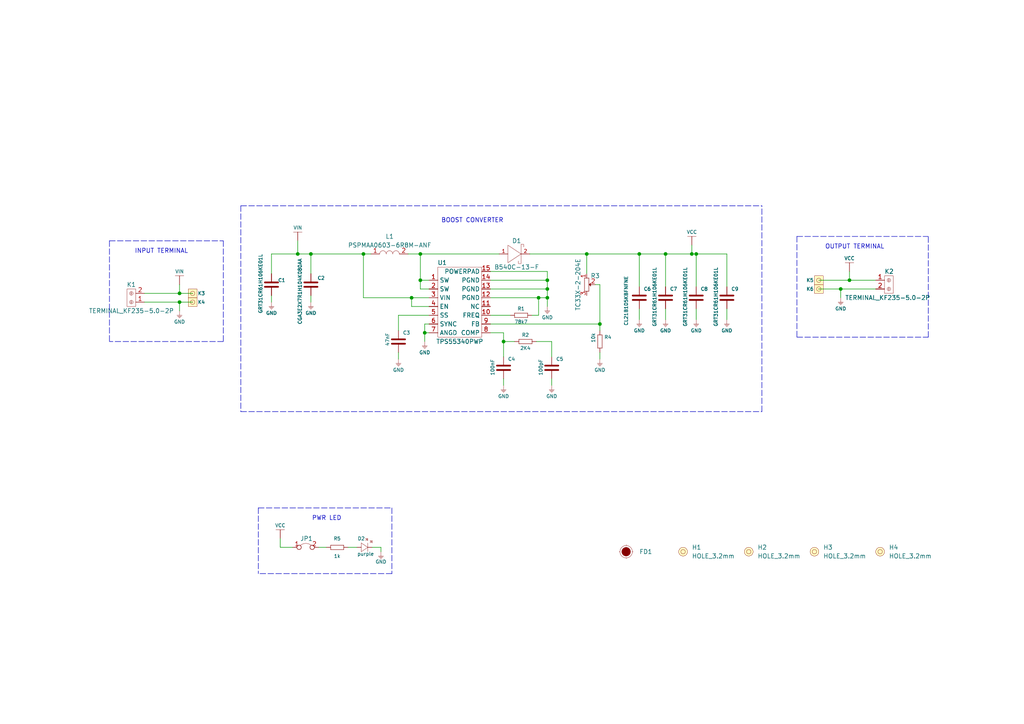
<source format=kicad_sch>
(kicad_sch (version 20210126) (generator eeschema)

  (paper "A4")

  (lib_symbols
    (symbol "e-radionica.com schematics:0402LED" (pin_numbers hide) (pin_names (offset 0.254) hide) (in_bom yes) (on_board yes)
      (property "Reference" "D" (id 0) (at -0.635 2.54 0)
        (effects (font (size 1 1)))
      )
      (property "Value" "0402LED" (id 1) (at 0 -2.54 0)
        (effects (font (size 1 1)))
      )
      (property "Footprint" "e-radionica.com footprinti:0402LED" (id 2) (at 0 5.08 0)
        (effects (font (size 1 1)) hide)
      )
      (property "Datasheet" "" (id 3) (at 0 0 0)
        (effects (font (size 1 1)) hide)
      )
      (symbol "0402LED_0_1"
        (polyline
          (pts
            (xy -0.635 1.27)
            (xy -0.635 -1.27)
            (xy 1.27 0)
          )
          (stroke (width 0.0006)) (fill (type none))
        )
        (polyline
          (pts
            (xy -0.635 1.27)
            (xy 1.27 0)
          )
          (stroke (width 0.0006)) (fill (type none))
        )
        (polyline
          (pts
            (xy 1.27 1.27)
            (xy 1.27 -1.27)
          )
          (stroke (width 0.0006)) (fill (type none))
        )
        (polyline
          (pts
            (xy 0.635 1.905)
            (xy 1.27 2.54)
          )
          (stroke (width 0.0006)) (fill (type none))
        )
        (polyline
          (pts
            (xy 1.905 1.27)
            (xy 2.54 1.905)
          )
          (stroke (width 0.0006)) (fill (type none))
        )
        (polyline
          (pts
            (xy 2.54 1.905)
            (xy 1.905 1.905)
            (xy 2.54 1.27)
            (xy 2.54 1.905)
          )
          (stroke (width 0.0006)) (fill (type none))
        )
        (polyline
          (pts
            (xy 1.27 2.54)
            (xy 0.635 2.54)
            (xy 1.27 1.905)
            (xy 1.27 2.54)
          )
          (stroke (width 0.0006)) (fill (type none))
        )
      )
      (symbol "0402LED_1_1"
        (pin passive line (at -1.905 0 0) (length 1.27)
          (name "A" (effects (font (size 1.27 1.27))))
          (number "1" (effects (font (size 1.27 1.27))))
        )
        (pin passive line (at 2.54 0 180) (length 1.27)
          (name "K" (effects (font (size 1.27 1.27))))
          (number "2" (effects (font (size 1.27 1.27))))
        )
      )
    )
    (symbol "e-radionica.com schematics:0402R" (pin_numbers hide) (pin_names (offset 0.254)) (in_bom yes) (on_board yes)
      (property "Reference" "R" (id 0) (at -1.905 1.27 0)
        (effects (font (size 1 1)))
      )
      (property "Value" "0402R" (id 1) (at 0 -1.27 0)
        (effects (font (size 1 1)))
      )
      (property "Footprint" "e-radionica.com footprinti:0402R" (id 2) (at -2.54 1.905 0)
        (effects (font (size 1 1)) hide)
      )
      (property "Datasheet" "" (id 3) (at -2.54 1.905 0)
        (effects (font (size 1 1)) hide)
      )
      (symbol "0402R_0_1"
        (rectangle (start -1.905 0.635) (end -1.8796 -0.635)
          (stroke (width 0.1)) (fill (type none))
        )
        (rectangle (start -1.905 0.635) (end 1.905 0.6096)
          (stroke (width 0.1)) (fill (type none))
        )
        (rectangle (start -1.905 -0.635) (end 1.905 -0.6604)
          (stroke (width 0.1)) (fill (type none))
        )
        (rectangle (start 1.905 0.635) (end 1.9304 -0.635)
          (stroke (width 0.1)) (fill (type none))
        )
      )
      (symbol "0402R_1_1"
        (pin passive line (at -3.175 0 0) (length 1.27)
          (name "~" (effects (font (size 1.27 1.27))))
          (number "1" (effects (font (size 1.27 1.27))))
        )
        (pin passive line (at 3.175 0 180) (length 1.27)
          (name "~" (effects (font (size 1.27 1.27))))
          (number "2" (effects (font (size 1.27 1.27))))
        )
      )
    )
    (symbol "e-radionica.com schematics:0603C" (pin_numbers hide) (pin_names (offset 0.002)) (in_bom yes) (on_board yes)
      (property "Reference" "C" (id 0) (at -0.635 3.175 0)
        (effects (font (size 1 1)))
      )
      (property "Value" "0603C" (id 1) (at 0 -3.175 0)
        (effects (font (size 1 1)))
      )
      (property "Footprint" "e-radionica.com footprinti:0603C" (id 2) (at 0 0 0)
        (effects (font (size 1 1)) hide)
      )
      (property "Datasheet" "" (id 3) (at 0 0 0)
        (effects (font (size 1 1)) hide)
      )
      (symbol "0603C_0_1"
        (polyline
          (pts
            (xy -0.635 1.905)
            (xy -0.635 -1.905)
          )
          (stroke (width 0.5)) (fill (type none))
        )
        (polyline
          (pts
            (xy 0.635 1.905)
            (xy 0.635 -1.905)
          )
          (stroke (width 0.5)) (fill (type none))
        )
      )
      (symbol "0603C_1_1"
        (pin passive line (at 3.175 0 180) (length 2.54)
          (name "~" (effects (font (size 1.27 1.27))))
          (number "2" (effects (font (size 1.27 1.27))))
        )
        (pin passive line (at -3.175 0 0) (length 2.54)
          (name "~" (effects (font (size 1.27 1.27))))
          (number "1" (effects (font (size 1.27 1.27))))
        )
      )
    )
    (symbol "e-radionica.com schematics:0603R" (pin_numbers hide) (pin_names (offset 0.254)) (in_bom yes) (on_board yes)
      (property "Reference" "R" (id 0) (at -1.905 1.905 0)
        (effects (font (size 1 1)))
      )
      (property "Value" "0603R" (id 1) (at 0 -1.905 0)
        (effects (font (size 1 1)))
      )
      (property "Footprint" "e-radionica.com footprinti:0603R" (id 2) (at -0.635 1.905 0)
        (effects (font (size 1 1)) hide)
      )
      (property "Datasheet" "" (id 3) (at -0.635 1.905 0)
        (effects (font (size 1 1)) hide)
      )
      (symbol "0603R_0_1"
        (rectangle (start -1.905 0.635) (end -1.8796 -0.635)
          (stroke (width 0.1)) (fill (type none))
        )
        (rectangle (start -1.905 0.635) (end 1.905 0.6096)
          (stroke (width 0.1)) (fill (type none))
        )
        (rectangle (start -1.905 -0.635) (end 1.905 -0.6604)
          (stroke (width 0.1)) (fill (type none))
        )
        (rectangle (start 1.905 0.635) (end 1.9304 -0.635)
          (stroke (width 0.1)) (fill (type none))
        )
      )
      (symbol "0603R_1_1"
        (pin passive line (at -3.175 0 0) (length 1.27)
          (name "~" (effects (font (size 1.27 1.27))))
          (number "1" (effects (font (size 1.27 1.27))))
        )
        (pin passive line (at 3.175 0 180) (length 1.27)
          (name "~" (effects (font (size 1.27 1.27))))
          (number "2" (effects (font (size 1.27 1.27))))
        )
      )
    )
    (symbol "e-radionica.com schematics:0805C" (pin_numbers hide) (in_bom yes) (on_board yes)
      (property "Reference" "C" (id 0) (at -0.635 3.175 0)
        (effects (font (size 1 1)))
      )
      (property "Value" "0805C" (id 1) (at 0 -3.175 0)
        (effects (font (size 1 1)))
      )
      (property "Footprint" "e-radionica.com footprinti:0805C" (id 2) (at 0 0 0)
        (effects (font (size 1 1)) hide)
      )
      (property "Datasheet" "" (id 3) (at 0 0 0)
        (effects (font (size 1 1)) hide)
      )
      (symbol "0805C_0_1"
        (polyline
          (pts
            (xy -0.635 1.905)
            (xy -0.635 -1.905)
          )
          (stroke (width 0.5)) (fill (type none))
        )
        (polyline
          (pts
            (xy 0.635 1.905)
            (xy 0.635 -1.905)
          )
          (stroke (width 0.5)) (fill (type none))
        )
      )
      (symbol "0805C_1_1"
        (pin passive line (at 3.175 0 180) (length 2.54)
          (name "~" (effects (font (size 1.27 1.27))))
          (number "2" (effects (font (size 1.27 1.27))))
        )
        (pin passive line (at -3.175 0 0) (length 2.54)
          (name "~" (effects (font (size 1.27 1.27))))
          (number "1" (effects (font (size 1.27 1.27))))
        )
      )
    )
    (symbol "e-radionica.com schematics:1206C" (pin_numbers hide) (in_bom yes) (on_board yes)
      (property "Reference" "C" (id 0) (at -0.635 3.175 0)
        (effects (font (size 1 1)))
      )
      (property "Value" "1206C" (id 1) (at 0 -3.175 0)
        (effects (font (size 1 1)))
      )
      (property "Footprint" "e-radionica.com footprinti:1206C" (id 2) (at 0 0 0)
        (effects (font (size 1 1)) hide)
      )
      (property "Datasheet" "" (id 3) (at 0 0 0)
        (effects (font (size 1 1)) hide)
      )
      (symbol "1206C_0_1"
        (polyline
          (pts
            (xy -0.635 1.905)
            (xy -0.635 -1.905)
          )
          (stroke (width 0.5)) (fill (type none))
        )
        (polyline
          (pts
            (xy 0.635 1.905)
            (xy 0.635 -1.905)
          )
          (stroke (width 0.5)) (fill (type none))
        )
      )
      (symbol "1206C_1_1"
        (pin passive line (at 3.175 0 180) (length 2.54)
          (name "~" (effects (font (size 1.27 1.27))))
          (number "2" (effects (font (size 1.27 1.27))))
        )
        (pin passive line (at -3.175 0 0) (length 2.54)
          (name "~" (effects (font (size 1.27 1.27))))
          (number "1" (effects (font (size 1.27 1.27))))
        )
      )
    )
    (symbol "e-radionica.com schematics:Fiducial_Stencil" (pin_numbers hide) (pin_names hide) (in_bom yes) (on_board yes)
      (property "Reference" "FD?" (id 0) (at 0 3.048 0)
        (effects (font (size 1.27 1.27)))
      )
      (property "Value" "Fiducial_Stencil" (id 1) (at 0 -2.794 0)
        (effects (font (size 1.27 1.27)) hide)
      )
      (property "Footprint" "e-radionica.com footprinti:FIDUCIAL_1MM_PASTE" (id 2) (at 0 -6.35 0)
        (effects (font (size 1.27 1.27)) hide)
      )
      (property "Datasheet" "" (id 3) (at 0 0 0)
        (effects (font (size 1.27 1.27)) hide)
      )
      (symbol "Fiducial_Stencil_0_1"
        (circle (center 0 0) (radius 1.7961) (stroke (width 0.0006)) (fill (type none)))
        (circle (center 0 0) (radius 1.27) (stroke (width 0.001)) (fill (type outline)))
        (polyline
          (pts
            (xy 1.778 0)
            (xy 2.032 0)
          )
          (stroke (width 0.0006)) (fill (type none))
        )
        (polyline
          (pts
            (xy 0 1.778)
            (xy 0 2.032)
          )
          (stroke (width 0.0006)) (fill (type none))
        )
        (polyline
          (pts
            (xy -1.778 0)
            (xy -2.032 0)
          )
          (stroke (width 0.0006)) (fill (type none))
        )
        (polyline
          (pts
            (xy 0 -1.778)
            (xy 0 -2.032)
          )
          (stroke (width 0.0006)) (fill (type none))
        )
      )
    )
    (symbol "e-radionica.com schematics:GND" (power) (pin_names (offset 0)) (in_bom yes) (on_board yes)
      (property "Reference" "#PWR" (id 0) (at 4.445 0 0)
        (effects (font (size 1 1)) hide)
      )
      (property "Value" "GND" (id 1) (at 0 -2.921 0)
        (effects (font (size 1 1)))
      )
      (property "Footprint" "" (id 2) (at 4.445 3.81 0)
        (effects (font (size 1 1)) hide)
      )
      (property "Datasheet" "" (id 3) (at 4.445 3.81 0)
        (effects (font (size 1 1)) hide)
      )
      (property "ki_keywords" "power-flag" (id 4) (at 0 0 0)
        (effects (font (size 1.27 1.27)) hide)
      )
      (property "ki_description" "Power symbol creates a global label with name \"+3V3\"" (id 5) (at 0 0 0)
        (effects (font (size 1.27 1.27)) hide)
      )
      (symbol "GND_0_1"
        (polyline
          (pts
            (xy 0 0)
            (xy 0 -1.27)
          )
          (stroke (width 0.0006)) (fill (type none))
        )
        (polyline
          (pts
            (xy -0.762 -1.27)
            (xy 0.762 -1.27)
          )
          (stroke (width 0.0006)) (fill (type none))
        )
        (polyline
          (pts
            (xy -0.381 -1.778)
            (xy 0.381 -1.778)
          )
          (stroke (width 0.0006)) (fill (type none))
        )
        (polyline
          (pts
            (xy -0.127 -2.032)
            (xy 0.127 -2.032)
          )
          (stroke (width 0.0006)) (fill (type none))
        )
        (polyline
          (pts
            (xy -0.635 -1.524)
            (xy 0.635 -1.524)
          )
          (stroke (width 0.0006)) (fill (type none))
        )
      )
      (symbol "GND_1_1"
        (pin power_in line (at 0 0 270) (length 0) hide
          (name "GND" (effects (font (size 1.27 1.27))))
          (number "1" (effects (font (size 1.27 1.27))))
        )
      )
    )
    (symbol "e-radionica.com schematics:GND_3" (power) (pin_names (offset 0)) (in_bom yes) (on_board yes)
      (property "Reference" "#PWR" (id 0) (at 4.445 0 0)
        (effects (font (size 1 1)) hide)
      )
      (property "Value" "GND" (id 1) (at 0 -2.921 0)
        (effects (font (size 1 1)))
      )
      (property "Footprint" "" (id 2) (at 4.445 3.81 0)
        (effects (font (size 1 1)) hide)
      )
      (property "Datasheet" "" (id 3) (at 4.445 3.81 0)
        (effects (font (size 1 1)) hide)
      )
      (property "ki_keywords" "power-flag" (id 4) (at 0 0 0)
        (effects (font (size 1.27 1.27)) hide)
      )
      (property "ki_description" "Power symbol creates a global label with name \"+3V3\"" (id 5) (at 0 0 0)
        (effects (font (size 1.27 1.27)) hide)
      )
      (symbol "GND_3_0_1"
        (polyline
          (pts
            (xy 0 0)
            (xy 0 -1.27)
          )
          (stroke (width 0.0006)) (fill (type none))
        )
        (polyline
          (pts
            (xy -0.762 -1.27)
            (xy 0.762 -1.27)
          )
          (stroke (width 0.0006)) (fill (type none))
        )
        (polyline
          (pts
            (xy -0.381 -1.778)
            (xy 0.381 -1.778)
          )
          (stroke (width 0.0006)) (fill (type none))
        )
        (polyline
          (pts
            (xy -0.127 -2.032)
            (xy 0.127 -2.032)
          )
          (stroke (width 0.0006)) (fill (type none))
        )
        (polyline
          (pts
            (xy -0.635 -1.524)
            (xy 0.635 -1.524)
          )
          (stroke (width 0.0006)) (fill (type none))
        )
      )
      (symbol "GND_3_1_1"
        (pin power_in line (at 0 0 270) (length 0) hide
          (name "GND" (effects (font (size 1.27 1.27))))
          (number "1" (effects (font (size 1.27 1.27))))
        )
      )
    )
    (symbol "e-radionica.com schematics:HEADER_MALE_1X1" (pin_numbers hide) (pin_names hide) (in_bom yes) (on_board yes)
      (property "Reference" "K" (id 0) (at -0.635 2.54 0)
        (effects (font (size 1 1)))
      )
      (property "Value" "HEADER_MALE_1X1" (id 1) (at 0 -2.54 0)
        (effects (font (size 1 1)))
      )
      (property "Footprint" "e-radionica.com footprinti:HEADER_MALE_1X1" (id 2) (at 0 0 0)
        (effects (font (size 1 1)) hide)
      )
      (property "Datasheet" "" (id 3) (at 0 0 0)
        (effects (font (size 1 1)) hide)
      )
      (symbol "HEADER_MALE_1X1_0_1"
        (circle (center 0 0) (radius 0.635) (stroke (width 0.0006)) (fill (type none)))
        (rectangle (start -1.27 1.27) (end 1.27 -1.27)
          (stroke (width 0.001)) (fill (type background))
        )
      )
      (symbol "HEADER_MALE_1X1_1_1"
        (pin passive line (at 0 0 180) (length 0)
          (name "~" (effects (font (size 1 1))))
          (number "1" (effects (font (size 1 1))))
        )
      )
    )
    (symbol "e-radionica.com schematics:HOLE_3.2mm" (pin_numbers hide) (pin_names hide) (in_bom yes) (on_board yes)
      (property "Reference" "H" (id 0) (at 0 2.54 0)
        (effects (font (size 1.27 1.27)))
      )
      (property "Value" "HOLE_3.2mm" (id 1) (at 0 -2.54 0)
        (effects (font (size 1.27 1.27)))
      )
      (property "Footprint" "e-radionica.com footprinti:HOLE_3.2mm" (id 2) (at 0 0 0)
        (effects (font (size 1.27 1.27)) hide)
      )
      (property "Datasheet" "" (id 3) (at 0 0 0)
        (effects (font (size 1.27 1.27)) hide)
      )
      (symbol "HOLE_3.2mm_0_1"
        (circle (center 0 0) (radius 1.27) (stroke (width 0.001)) (fill (type background)))
        (circle (center 0 0) (radius 0.635) (stroke (width 0.0006)) (fill (type none)))
      )
    )
    (symbol "e-radionica.com schematics:M4_DIODA" (pin_names hide) (in_bom yes) (on_board yes)
      (property "Reference" "D" (id 0) (at 0 3.81 0)
        (effects (font (size 1.27 1.27)))
      )
      (property "Value" "M4_DIODA" (id 1) (at 0 -4.572 0)
        (effects (font (size 1.27 1.27)))
      )
      (property "Footprint" "e-radionica.com footprinti:M4_DIODA" (id 2) (at 0 -6.35 0)
        (effects (font (size 1.27 1.27)) hide)
      )
      (property "Datasheet" "" (id 3) (at 0 0 0)
        (effects (font (size 1.27 1.27)) hide)
      )
      (symbol "M4_DIODA_0_1"
        (polyline
          (pts
            (xy -2.54 2.54)
            (xy -2.54 -2.54)
            (xy 1.27 0)
            (xy -2.54 2.54)
          )
          (stroke (width 0.0006)) (fill (type none))
        )
        (polyline
          (pts
            (xy 1.27 2.794)
            (xy 1.27 -2.794)
            (xy 0.508 -2.794)
            (xy 0.508 -2.032)
          )
          (stroke (width 0.0006)) (fill (type none))
        )
        (polyline
          (pts
            (xy 1.27 2.794)
            (xy 2.032 2.794)
            (xy 2.032 2.032)
            (xy 2.032 2.54)
          )
          (stroke (width 0.0006)) (fill (type none))
        )
      )
      (symbol "M4_DIODA_1_1"
        (pin passive line (at -5.08 0 0) (length 2.54)
          (name "A" (effects (font (size 1 1))))
          (number "1" (effects (font (size 1 1))))
        )
        (pin passive line (at 3.81 0 180) (length 2.54)
          (name "K" (effects (font (size 1 1))))
          (number "2" (effects (font (size 1 1))))
        )
      )
    )
    (symbol "e-radionica.com schematics:PSPMAA0603-6R8M-ANF" (in_bom yes) (on_board yes)
      (property "Reference" "L" (id 0) (at 0 2.54 0)
        (effects (font (size 1.27 1.27)))
      )
      (property "Value" "PSPMAA0603-6R8M-ANF" (id 1) (at 0 -2.54 0)
        (effects (font (size 1.27 1.27)))
      )
      (property "Footprint" "e-radionica.com footprinti:Inductor_SMD_7x6.6" (id 2) (at 1.27 -5.08 0)
        (effects (font (size 1.27 1.27)) hide)
      )
      (property "Datasheet" "" (id 3) (at 0 0 0)
        (effects (font (size 1.27 1.27)) hide)
      )
      (symbol "PSPMAA0603-6R8M-ANF_0_1"
        (arc (start -2.921 0) (end -1.016 0) (radius (at -1.9685 -0.0138) (length 0.9526) (angles 179.2 0.8))
          (stroke (width 0.0006)) (fill (type none))
        )
        (arc (start -1.016 0) (end 0.889 0) (radius (at -0.0635 -0.0138) (length 0.9526) (angles 179.2 0.8))
          (stroke (width 0.0006)) (fill (type none))
        )
        (arc (start 0.889 0) (end 2.794 0) (radius (at 1.8415 -0.0138) (length 0.9526) (angles 179.2 0.8))
          (stroke (width 0.0006)) (fill (type none))
        )
      )
      (symbol "PSPMAA0603-6R8M-ANF_1_1"
        (pin passive line (at -5.461 0 0) (length 2.54)
          (name "" (effects (font (size 1.27 1.27))))
          (number "1" (effects (font (size 1.27 1.27))))
        )
        (pin passive line (at 5.334 0 180) (length 2.54)
          (name "" (effects (font (size 1.27 1.27))))
          (number "2" (effects (font (size 1.27 1.27))))
        )
      )
    )
    (symbol "e-radionica.com schematics:SMD-JUMPER-CONNECTED_TRACE_NOSLODERMASK" (in_bom yes) (on_board yes)
      (property "Reference" "JP" (id 0) (at 0 3.556 0)
        (effects (font (size 1.27 1.27)))
      )
      (property "Value" "SMD-JUMPER-CONNECTED_TRACE_NOSLODERMASK" (id 1) (at 0 -2.54 0)
        (effects (font (size 1.27 1.27)))
      )
      (property "Footprint" "e-radionica.com footprinti:SMD-JUMPER-CONNECTED_TRACE_NOSLODERMASK" (id 2) (at 0 0 0)
        (effects (font (size 1.27 1.27)) hide)
      )
      (property "Datasheet" "" (id 3) (at 0 0 0)
        (effects (font (size 1.27 1.27)) hide)
      )
      (symbol "SMD-JUMPER-CONNECTED_TRACE_NOSLODERMASK_0_1"
        (arc (start -1.8034 0.5588) (end 1.397 0.5842) (radius (at -0.1875 -1.4124) (length 2.5489) (angles 129.3 51.6))
          (stroke (width 0.0006)) (fill (type none))
        )
      )
      (symbol "SMD-JUMPER-CONNECTED_TRACE_NOSLODERMASK_1_1"
        (pin passive inverted (at -4.064 0 0) (length 2.54)
          (name "" (effects (font (size 1.27 1.27))))
          (number "1" (effects (font (size 1.27 1.27))))
        )
        (pin passive inverted (at 3.556 0 180) (length 2.54)
          (name "" (effects (font (size 1.27 1.27))))
          (number "2" (effects (font (size 1.27 1.27))))
        )
      )
    )
    (symbol "e-radionica.com schematics:TERMINAL_KF235-5.0-2P" (in_bom yes) (on_board yes)
      (property "Reference" "K" (id 0) (at 0 3.81 0)
        (effects (font (size 1.27 1.27)))
      )
      (property "Value" "TERMINAL_KF235-5.0-2P" (id 1) (at 0 -3.81 0)
        (effects (font (size 1.27 1.27)))
      )
      (property "Footprint" "e-radionica.com footprinti:TERMINAL_KF235-5.0-2P" (id 2) (at 0 0 0)
        (effects (font (size 1.27 1.27)) hide)
      )
      (property "Datasheet" "" (id 3) (at 0 0 0)
        (effects (font (size 1.27 1.27)) hide)
      )
      (symbol "TERMINAL_KF235-5.0-2P_0_1"
        (circle (center 0 1.27) (radius 0.508) (stroke (width 0.0006)) (fill (type none)))
        (circle (center 0 -1.27) (radius 0.508) (stroke (width 0.0006)) (fill (type none)))
        (rectangle (start -1.27 2.54) (end 1.27 -2.54)
          (stroke (width 0.0006)) (fill (type none))
        )
        (polyline
          (pts
            (xy 0 -0.762)
            (xy 0 -1.778)
          )
          (stroke (width 0.0006)) (fill (type none))
        )
        (polyline
          (pts
            (xy -0.254 -1.27)
            (xy 0.254 -1.27)
          )
          (stroke (width 0.0006)) (fill (type none))
        )
        (polyline
          (pts
            (xy 0 1.778)
            (xy 0 0.762)
          )
          (stroke (width 0.0006)) (fill (type none))
        )
        (polyline
          (pts
            (xy -0.254 1.27)
            (xy 0.254 1.27)
          )
          (stroke (width 0.0006)) (fill (type none))
        )
      )
      (symbol "TERMINAL_KF235-5.0-2P_1_1"
        (pin input line (at -3.81 1.27 0) (length 2.54)
          (name "~" (effects (font (size 1.27 1.27))))
          (number "1" (effects (font (size 1.27 1.27))))
        )
        (pin input line (at -3.81 -1.27 0) (length 2.54)
          (name "~" (effects (font (size 1.27 1.27))))
          (number "2" (effects (font (size 1.27 1.27))))
        )
      )
    )
    (symbol "e-radionica.com schematics:TPS55340" (in_bom yes) (on_board yes)
      (property "Reference" "U" (id 0) (at -3.81 12.7 0)
        (effects (font (size 1.27 1.27)))
      )
      (property "Value" "TPS55340" (id 1) (at 1.27 -12.7 0)
        (effects (font (size 1.27 1.27)))
      )
      (property "Footprint" "e-radionica.com footprinti:TPS55340" (id 2) (at -2.54 0 0)
        (effects (font (size 1.27 1.27)) hide)
      )
      (property "Datasheet" "" (id 3) (at -2.54 0 0)
        (effects (font (size 1.27 1.27)) hide)
      )
      (symbol "TPS55340_0_1"
        (rectangle (start -6.35 11.43) (end 6.35 -8.89)
          (stroke (width 0.0006)) (fill (type none))
        )
      )
      (symbol "TPS55340_1_1"
        (pin input line (at -8.89 7.62 0) (length 2.54)
          (name "SW" (effects (font (size 1.27 1.27))))
          (number "1" (effects (font (size 1.27 1.27))))
        )
        (pin input line (at -8.89 5.08 0) (length 2.54)
          (name "SW" (effects (font (size 1.27 1.27))))
          (number "2" (effects (font (size 1.27 1.27))))
        )
        (pin input line (at -8.89 2.54 0) (length 2.54)
          (name "VIN" (effects (font (size 1.27 1.27))))
          (number "3" (effects (font (size 1.27 1.27))))
        )
        (pin input line (at -8.89 0 0) (length 2.54)
          (name "EN" (effects (font (size 1.27 1.27))))
          (number "4" (effects (font (size 1.27 1.27))))
        )
        (pin input line (at -8.89 -2.54 0) (length 2.54)
          (name "SS" (effects (font (size 1.27 1.27))))
          (number "5" (effects (font (size 1.27 1.27))))
        )
        (pin input line (at -8.89 -5.08 0) (length 2.54)
          (name "SYNC" (effects (font (size 1.27 1.27))))
          (number "6" (effects (font (size 1.27 1.27))))
        )
        (pin input line (at -8.89 -7.62 0) (length 2.54)
          (name "ANGD" (effects (font (size 1.27 1.27))))
          (number "7" (effects (font (size 1.27 1.27))))
        )
        (pin input line (at 8.89 -7.62 180) (length 2.54)
          (name "COMP" (effects (font (size 1.27 1.27))))
          (number "8" (effects (font (size 1.27 1.27))))
        )
        (pin input line (at 8.89 -5.08 180) (length 2.54)
          (name "FB" (effects (font (size 1.27 1.27))))
          (number "9" (effects (font (size 1.27 1.27))))
        )
        (pin input line (at 8.89 -2.54 180) (length 2.54)
          (name "FREQ" (effects (font (size 1.27 1.27))))
          (number "10" (effects (font (size 1.27 1.27))))
        )
        (pin input line (at 8.89 0 180) (length 2.54)
          (name "NC" (effects (font (size 1.27 1.27))))
          (number "11" (effects (font (size 1.27 1.27))))
        )
        (pin input line (at 8.89 2.54 180) (length 2.54)
          (name "PGND" (effects (font (size 1.27 1.27))))
          (number "12" (effects (font (size 1.27 1.27))))
        )
        (pin input line (at 8.89 5.08 180) (length 2.54)
          (name "PGND" (effects (font (size 1.27 1.27))))
          (number "13" (effects (font (size 1.27 1.27))))
        )
        (pin input line (at 8.89 7.62 180) (length 2.54)
          (name "PGND" (effects (font (size 1.27 1.27))))
          (number "14" (effects (font (size 1.27 1.27))))
        )
        (pin input line (at 8.89 10.16 180) (length 2.54)
          (name "POWERPAD" (effects (font (size 1.27 1.27))))
          (number "15" (effects (font (size 1.27 1.27))))
        )
      )
    )
    (symbol "e-radionica.com schematics:VCC" (power) (pin_names (offset 0)) (in_bom yes) (on_board yes)
      (property "Reference" "#PWR" (id 0) (at 4.445 0 0)
        (effects (font (size 1 1)) hide)
      )
      (property "Value" "VCC" (id 1) (at 0 3.556 0)
        (effects (font (size 1 1)))
      )
      (property "Footprint" "" (id 2) (at 4.445 3.81 0)
        (effects (font (size 1 1)) hide)
      )
      (property "Datasheet" "" (id 3) (at 4.445 3.81 0)
        (effects (font (size 1 1)) hide)
      )
      (property "ki_keywords" "power-flag" (id 4) (at 0 0 0)
        (effects (font (size 1.27 1.27)) hide)
      )
      (property "ki_description" "Power symbol creates a global label with name \"+3V3\"" (id 5) (at 0 0 0)
        (effects (font (size 1.27 1.27)) hide)
      )
      (symbol "VCC_0_1"
        (polyline
          (pts
            (xy 0 0)
            (xy 0 2.54)
          )
          (stroke (width 0)) (fill (type none))
        )
        (polyline
          (pts
            (xy -1.27 2.54)
            (xy 1.27 2.54)
          )
          (stroke (width 0.0006)) (fill (type none))
        )
      )
      (symbol "VCC_1_1"
        (pin power_in line (at 0 0 90) (length 0) hide
          (name "VCC" (effects (font (size 1.27 1.27))))
          (number "1" (effects (font (size 1.27 1.27))))
        )
      )
    )
    (symbol "e-radionica.com schematics:VIN" (power) (pin_names (offset 0)) (in_bom yes) (on_board yes)
      (property "Reference" "#PWR" (id 0) (at 4.445 0 0)
        (effects (font (size 1 1)) hide)
      )
      (property "Value" "VIN" (id 1) (at 0 3.556 0)
        (effects (font (size 1 1)))
      )
      (property "Footprint" "" (id 2) (at 4.445 3.81 0)
        (effects (font (size 1 1)) hide)
      )
      (property "Datasheet" "" (id 3) (at 4.445 3.81 0)
        (effects (font (size 1 1)) hide)
      )
      (property "ki_keywords" "power-flag" (id 4) (at 0 0 0)
        (effects (font (size 1.27 1.27)) hide)
      )
      (property "ki_description" "Power symbol creates a global label with name \"+3V3\"" (id 5) (at 0 0 0)
        (effects (font (size 1.27 1.27)) hide)
      )
      (symbol "VIN_0_1"
        (polyline
          (pts
            (xy 0 0)
            (xy 0 2.54)
          )
          (stroke (width 0)) (fill (type none))
        )
        (polyline
          (pts
            (xy -1.27 2.54)
            (xy 1.27 2.54)
          )
          (stroke (width 0.0006)) (fill (type none))
        )
      )
      (symbol "VIN_1_1"
        (pin power_in line (at 0 0 90) (length 0) hide
          (name "VIN" (effects (font (size 1.27 1.27))))
          (number "1" (effects (font (size 1.27 1.27))))
        )
      )
    )
    (symbol "e-radionica.com schematics:tc33x-2-103e" (in_bom yes) (on_board yes)
      (property "Reference" "R" (id 0) (at -1.778 3.302 0)
        (effects (font (size 1.27 1.27)))
      )
      (property "Value" "tc33x-2-103e" (id 1) (at 0 -2.54 0)
        (effects (font (size 1.27 1.27)))
      )
      (property "Footprint" "e-radionica.com footprinti:tc33x-2-103e" (id 2) (at 0 -5.08 0)
        (effects (font (size 1.27 1.27)) hide)
      )
      (property "Datasheet" "" (id 3) (at -0.0508 -0.0508 0)
        (effects (font (size 1.27 1.27)) hide)
      )
      (symbol "tc33x-2-103e_0_1"
        (rectangle (start -1.905 0.635) (end -1.8796 -0.635)
          (stroke (width 0.1)) (fill (type none))
        )
        (rectangle (start -1.905 0.635) (end 1.905 0.6096)
          (stroke (width 0.1)) (fill (type none))
        )
        (rectangle (start -1.905 -0.635) (end 1.905 -0.6604)
          (stroke (width 0.1)) (fill (type none))
        )
        (rectangle (start 1.905 0.635) (end 1.9304 -0.635)
          (stroke (width 0.1)) (fill (type none))
        )
        (polyline
          (pts
            (xy -0.4318 1.1684)
            (xy 0.4826 1.1684)
            (xy 0 0.635)
            (xy -0.4064 1.0922)
            (xy -0.4826 1.1684)
            (xy 0 0.7874)
            (xy 0.3048 1.1176)
            (xy -0.254 1.0668)
            (xy 0.0254 0.8636)
            (xy 0.0762 1.0414)
            (xy -0.0254 0.9652)
          )
          (stroke (width 0.0006)) (fill (type none))
        )
      )
      (symbol "tc33x-2-103e_1_1"
        (pin passive line (at -3.175 0 0) (length 1.27)
          (name "~" (effects (font (size 1.27 1.27))))
          (number "1" (effects (font (size 1.27 1.27))))
        )
        (pin passive line (at 3.175 0.0002 180) (length 1.27)
          (name "~" (effects (font (size 1.27 1.27))))
          (number "3" (effects (font (size 1.27 1.27))))
        )
        (pin passive line (at 0 2.4892 270) (length 1.27)
          (name "" (effects (font (size 1.27 1.27))))
          (number "2" (effects (font (size 1.27 1.27))))
        )
      )
    )
  )

  (junction (at 52.07 85.09) (diameter 0.9144) (color 0 0 0 0))
  (junction (at 52.07 87.63) (diameter 0.9144) (color 0 0 0 0))
  (junction (at 86.36 73.66) (diameter 0.9144) (color 0 0 0 0))
  (junction (at 90.17 73.66) (diameter 0.9144) (color 0 0 0 0))
  (junction (at 105.41 73.66) (diameter 0.9144) (color 0 0 0 0))
  (junction (at 119.38 86.36) (diameter 0.9144) (color 0 0 0 0))
  (junction (at 121.92 73.66) (diameter 0.9144) (color 0 0 0 0))
  (junction (at 121.92 81.28) (diameter 0.9144) (color 0 0 0 0))
  (junction (at 123.19 96.52) (diameter 0.9144) (color 0 0 0 0))
  (junction (at 146.05 99.06) (diameter 0.9144) (color 0 0 0 0))
  (junction (at 156.21 86.36) (diameter 0.9144) (color 0 0 0 0))
  (junction (at 158.75 81.28) (diameter 0.9144) (color 0 0 0 0))
  (junction (at 158.75 83.82) (diameter 0.9144) (color 0 0 0 0))
  (junction (at 158.75 86.36) (diameter 0.9144) (color 0 0 0 0))
  (junction (at 170.18 73.66) (diameter 0.9144) (color 0 0 0 0))
  (junction (at 173.99 93.98) (diameter 0.9144) (color 0 0 0 0))
  (junction (at 185.42 73.66) (diameter 0.9144) (color 0 0 0 0))
  (junction (at 193.04 73.66) (diameter 0.9144) (color 0 0 0 0))
  (junction (at 200.66 73.66) (diameter 0.9144) (color 0 0 0 0))
  (junction (at 201.93 73.66) (diameter 0.9144) (color 0 0 0 0))
  (junction (at 243.84 83.82) (diameter 0.9144) (color 0 0 0 0))
  (junction (at 246.38 81.28) (diameter 0.9144) (color 0 0 0 0))

  (wire (pts (xy 41.91 85.09) (xy 52.07 85.09))
    (stroke (width 0) (type solid) (color 0 0 0 0))
    (uuid e8934f8b-934d-4002-94be-ec2054809e8e)
  )
  (wire (pts (xy 41.91 87.63) (xy 52.07 87.63))
    (stroke (width 0) (type solid) (color 0 0 0 0))
    (uuid dfd1510b-1fbd-4791-8789-daea7e667265)
  )
  (wire (pts (xy 52.07 85.09) (xy 52.07 82.55))
    (stroke (width 0) (type solid) (color 0 0 0 0))
    (uuid 53919c3c-2f23-484b-8a4e-a2686b05ad17)
  )
  (wire (pts (xy 52.07 85.09) (xy 55.88 85.09))
    (stroke (width 0) (type solid) (color 0 0 0 0))
    (uuid 675e1e08-9a48-4b30-bc4f-a656962c8655)
  )
  (wire (pts (xy 52.07 87.63) (xy 52.07 90.17))
    (stroke (width 0) (type solid) (color 0 0 0 0))
    (uuid dfd1510b-1fbd-4791-8789-daea7e667265)
  )
  (wire (pts (xy 52.07 87.63) (xy 55.88 87.63))
    (stroke (width 0) (type solid) (color 0 0 0 0))
    (uuid cb37f31b-61f9-4cc1-b222-d00ba2c88c01)
  )
  (wire (pts (xy 78.74 73.66) (xy 86.36 73.66))
    (stroke (width 0) (type solid) (color 0 0 0 0))
    (uuid 72556298-c48c-4fab-9aef-d82f46b157eb)
  )
  (wire (pts (xy 78.74 79.375) (xy 78.74 73.66))
    (stroke (width 0) (type solid) (color 0 0 0 0))
    (uuid 4fe5ba9c-c661-4e43-9b9f-523a68a32f60)
  )
  (wire (pts (xy 78.74 85.725) (xy 78.74 87.63))
    (stroke (width 0) (type solid) (color 0 0 0 0))
    (uuid 851eb7ee-3589-45ee-af0d-2ae9e88edec8)
  )
  (wire (pts (xy 81.28 158.75) (xy 81.28 156.21))
    (stroke (width 0) (type solid) (color 0 0 0 0))
    (uuid 9ce02e09-15b8-42fe-9c97-f543c8fd7cb3)
  )
  (wire (pts (xy 81.28 158.75) (xy 84.836 158.75))
    (stroke (width 0) (type solid) (color 0 0 0 0))
    (uuid a6cd4e90-07f9-47ac-9e62-2c624c14d9f7)
  )
  (wire (pts (xy 86.36 73.66) (xy 86.36 69.85))
    (stroke (width 0) (type solid) (color 0 0 0 0))
    (uuid 4fe5ba9c-c661-4e43-9b9f-523a68a32f60)
  )
  (wire (pts (xy 86.36 73.66) (xy 90.17 73.66))
    (stroke (width 0) (type solid) (color 0 0 0 0))
    (uuid 3fec0192-aa1c-42f4-b6aa-1b1a1979a017)
  )
  (wire (pts (xy 90.17 73.66) (xy 90.17 79.375))
    (stroke (width 0) (type solid) (color 0 0 0 0))
    (uuid 24a4514b-fcb9-469f-a4f1-15d65fd39940)
  )
  (wire (pts (xy 90.17 73.66) (xy 105.41 73.66))
    (stroke (width 0) (type solid) (color 0 0 0 0))
    (uuid 3fec0192-aa1c-42f4-b6aa-1b1a1979a017)
  )
  (wire (pts (xy 90.17 85.725) (xy 90.17 87.63))
    (stroke (width 0) (type solid) (color 0 0 0 0))
    (uuid 8f74b018-9a68-4890-b634-2367284deae1)
  )
  (wire (pts (xy 92.456 158.75) (xy 94.615 158.75))
    (stroke (width 0) (type solid) (color 0 0 0 0))
    (uuid 2bab0266-1fcb-4118-9641-50a7bf516a22)
  )
  (wire (pts (xy 100.965 158.75) (xy 103.505 158.75))
    (stroke (width 0) (type solid) (color 0 0 0 0))
    (uuid 59e2b1a2-9b18-4447-a015-fa736744ae4b)
  )
  (wire (pts (xy 105.41 73.66) (xy 105.41 86.36))
    (stroke (width 0) (type solid) (color 0 0 0 0))
    (uuid bfd146b4-3b3d-4c69-bad6-4c715ee0c100)
  )
  (wire (pts (xy 105.41 73.66) (xy 107.569 73.66))
    (stroke (width 0) (type solid) (color 0 0 0 0))
    (uuid eec554e6-33f0-4d78-b1a3-edff1607e67c)
  )
  (wire (pts (xy 105.41 86.36) (xy 119.38 86.36))
    (stroke (width 0) (type solid) (color 0 0 0 0))
    (uuid bfd146b4-3b3d-4c69-bad6-4c715ee0c100)
  )
  (wire (pts (xy 110.49 158.75) (xy 107.95 158.75))
    (stroke (width 0) (type solid) (color 0 0 0 0))
    (uuid 43b04c80-12ec-4a5e-aaab-881f63557c2e)
  )
  (wire (pts (xy 110.49 158.75) (xy 110.49 160.02))
    (stroke (width 0) (type solid) (color 0 0 0 0))
    (uuid 0aae4e3b-4a79-4875-93ef-ebf447a24662)
  )
  (wire (pts (xy 115.57 91.44) (xy 115.57 95.885))
    (stroke (width 0) (type solid) (color 0 0 0 0))
    (uuid 2bab91a2-19e6-4a5a-bc02-65e1b81ddc4d)
  )
  (wire (pts (xy 115.57 102.235) (xy 115.57 104.14))
    (stroke (width 0) (type solid) (color 0 0 0 0))
    (uuid e68089e4-f812-4920-8474-fc8ce0a0965c)
  )
  (wire (pts (xy 118.364 73.66) (xy 121.92 73.66))
    (stroke (width 0) (type solid) (color 0 0 0 0))
    (uuid 6ed4d2f3-b425-4393-8952-a7ba81404fdd)
  )
  (wire (pts (xy 119.38 86.36) (xy 124.46 86.36))
    (stroke (width 0) (type solid) (color 0 0 0 0))
    (uuid bfd146b4-3b3d-4c69-bad6-4c715ee0c100)
  )
  (wire (pts (xy 119.38 88.9) (xy 119.38 86.36))
    (stroke (width 0) (type solid) (color 0 0 0 0))
    (uuid 0d23da2a-1fb3-4312-a4ab-9f650f97970d)
  )
  (wire (pts (xy 121.92 73.66) (xy 144.78 73.66))
    (stroke (width 0) (type solid) (color 0 0 0 0))
    (uuid b3fc07c4-0cc0-4c2b-89fb-cd658a1fb7e9)
  )
  (wire (pts (xy 121.92 81.28) (xy 121.92 73.66))
    (stroke (width 0) (type solid) (color 0 0 0 0))
    (uuid 6ed4d2f3-b425-4393-8952-a7ba81404fdd)
  )
  (wire (pts (xy 121.92 83.82) (xy 121.92 81.28))
    (stroke (width 0) (type solid) (color 0 0 0 0))
    (uuid 8542882b-92e7-4816-81c4-21ee35e8e2e7)
  )
  (wire (pts (xy 123.19 93.98) (xy 123.19 96.52))
    (stroke (width 0) (type solid) (color 0 0 0 0))
    (uuid 589df061-9785-42cb-909f-38b57ea5c314)
  )
  (wire (pts (xy 123.19 96.52) (xy 123.19 99.06))
    (stroke (width 0) (type solid) (color 0 0 0 0))
    (uuid b49d43cf-83f4-4b60-b0f1-d9356f711840)
  )
  (wire (pts (xy 124.46 81.28) (xy 121.92 81.28))
    (stroke (width 0) (type solid) (color 0 0 0 0))
    (uuid 6ed4d2f3-b425-4393-8952-a7ba81404fdd)
  )
  (wire (pts (xy 124.46 83.82) (xy 121.92 83.82))
    (stroke (width 0) (type solid) (color 0 0 0 0))
    (uuid 8542882b-92e7-4816-81c4-21ee35e8e2e7)
  )
  (wire (pts (xy 124.46 88.9) (xy 119.38 88.9))
    (stroke (width 0) (type solid) (color 0 0 0 0))
    (uuid 0d23da2a-1fb3-4312-a4ab-9f650f97970d)
  )
  (wire (pts (xy 124.46 91.44) (xy 115.57 91.44))
    (stroke (width 0) (type solid) (color 0 0 0 0))
    (uuid 2bab91a2-19e6-4a5a-bc02-65e1b81ddc4d)
  )
  (wire (pts (xy 124.46 93.98) (xy 123.19 93.98))
    (stroke (width 0) (type solid) (color 0 0 0 0))
    (uuid 589df061-9785-42cb-909f-38b57ea5c314)
  )
  (wire (pts (xy 124.46 96.52) (xy 123.19 96.52))
    (stroke (width 0) (type solid) (color 0 0 0 0))
    (uuid b49d43cf-83f4-4b60-b0f1-d9356f711840)
  )
  (wire (pts (xy 142.24 78.74) (xy 158.75 78.74))
    (stroke (width 0) (type solid) (color 0 0 0 0))
    (uuid cefc3609-a86a-4ef0-83ae-833474c2d872)
  )
  (wire (pts (xy 142.24 81.28) (xy 158.75 81.28))
    (stroke (width 0) (type solid) (color 0 0 0 0))
    (uuid 88de1005-8f0d-4a41-974c-ea9ff0a746f0)
  )
  (wire (pts (xy 142.24 83.82) (xy 158.75 83.82))
    (stroke (width 0) (type solid) (color 0 0 0 0))
    (uuid 7253c98f-5fcc-44f1-a723-12796a9c83d5)
  )
  (wire (pts (xy 142.24 86.36) (xy 156.21 86.36))
    (stroke (width 0) (type solid) (color 0 0 0 0))
    (uuid e1b975cc-e6ba-486a-85c6-6bbcbb84c454)
  )
  (wire (pts (xy 142.24 91.44) (xy 147.955 91.44))
    (stroke (width 0) (type solid) (color 0 0 0 0))
    (uuid 7f87c06d-0215-4ffd-ad16-5e9e3c7048f4)
  )
  (wire (pts (xy 142.24 93.98) (xy 173.99 93.98))
    (stroke (width 0) (type solid) (color 0 0 0 0))
    (uuid adc03395-8034-43b4-9800-f9842ce8b603)
  )
  (wire (pts (xy 142.24 96.52) (xy 146.05 96.52))
    (stroke (width 0) (type solid) (color 0 0 0 0))
    (uuid 46532273-60ea-435c-b9c1-96bfb99a37e7)
  )
  (wire (pts (xy 146.05 96.52) (xy 146.05 99.06))
    (stroke (width 0) (type solid) (color 0 0 0 0))
    (uuid 46532273-60ea-435c-b9c1-96bfb99a37e7)
  )
  (wire (pts (xy 146.05 99.06) (xy 146.05 103.505))
    (stroke (width 0) (type solid) (color 0 0 0 0))
    (uuid 46532273-60ea-435c-b9c1-96bfb99a37e7)
  )
  (wire (pts (xy 146.05 99.06) (xy 149.225 99.06))
    (stroke (width 0) (type solid) (color 0 0 0 0))
    (uuid cc108ccf-a98d-4480-95cc-604cd0f0e821)
  )
  (wire (pts (xy 146.05 109.855) (xy 146.05 111.76))
    (stroke (width 0) (type solid) (color 0 0 0 0))
    (uuid 97d088b1-0de4-426c-bd3c-80c997389bfb)
  )
  (wire (pts (xy 153.67 73.66) (xy 170.18 73.66))
    (stroke (width 0) (type solid) (color 0 0 0 0))
    (uuid efefa360-5b00-4f5b-8170-4e5001d9013f)
  )
  (wire (pts (xy 154.305 91.44) (xy 156.21 91.44))
    (stroke (width 0) (type solid) (color 0 0 0 0))
    (uuid 4c4b2a47-e69c-43d6-bb85-373f253ffd62)
  )
  (wire (pts (xy 155.575 99.06) (xy 160.02 99.06))
    (stroke (width 0) (type solid) (color 0 0 0 0))
    (uuid 99e9cb8c-83ad-473e-9eed-723acd0d177e)
  )
  (wire (pts (xy 156.21 86.36) (xy 158.75 86.36))
    (stroke (width 0) (type solid) (color 0 0 0 0))
    (uuid 4c4b2a47-e69c-43d6-bb85-373f253ffd62)
  )
  (wire (pts (xy 156.21 91.44) (xy 156.21 86.36))
    (stroke (width 0) (type solid) (color 0 0 0 0))
    (uuid 4c4b2a47-e69c-43d6-bb85-373f253ffd62)
  )
  (wire (pts (xy 158.75 78.74) (xy 158.75 81.28))
    (stroke (width 0) (type solid) (color 0 0 0 0))
    (uuid cefc3609-a86a-4ef0-83ae-833474c2d872)
  )
  (wire (pts (xy 158.75 81.28) (xy 158.75 83.82))
    (stroke (width 0) (type solid) (color 0 0 0 0))
    (uuid f731c9a2-0dff-4b6b-b585-a3c2c1a70699)
  )
  (wire (pts (xy 158.75 83.82) (xy 158.75 86.36))
    (stroke (width 0) (type solid) (color 0 0 0 0))
    (uuid f731c9a2-0dff-4b6b-b585-a3c2c1a70699)
  )
  (wire (pts (xy 158.75 86.36) (xy 158.75 88.9))
    (stroke (width 0) (type solid) (color 0 0 0 0))
    (uuid 4c4b2a47-e69c-43d6-bb85-373f253ffd62)
  )
  (wire (pts (xy 160.02 99.06) (xy 160.02 103.505))
    (stroke (width 0) (type solid) (color 0 0 0 0))
    (uuid 99e9cb8c-83ad-473e-9eed-723acd0d177e)
  )
  (wire (pts (xy 160.02 109.855) (xy 160.02 111.76))
    (stroke (width 0) (type solid) (color 0 0 0 0))
    (uuid 8e260503-8176-45e8-b262-0a25abd10dcd)
  )
  (wire (pts (xy 170.18 73.66) (xy 170.18 79.375))
    (stroke (width 0) (type solid) (color 0 0 0 0))
    (uuid 21d1a082-2c11-4944-8127-0f6f44404c53)
  )
  (wire (pts (xy 170.18 73.66) (xy 185.42 73.66))
    (stroke (width 0) (type solid) (color 0 0 0 0))
    (uuid efefa360-5b00-4f5b-8170-4e5001d9013f)
  )
  (wire (pts (xy 172.6692 82.55) (xy 173.99 82.55))
    (stroke (width 0) (type solid) (color 0 0 0 0))
    (uuid 6b3a2abb-d35e-41f6-8c46-b8b617f32975)
  )
  (wire (pts (xy 173.99 82.55) (xy 173.99 93.98))
    (stroke (width 0) (type solid) (color 0 0 0 0))
    (uuid 6d674c14-6972-49ab-9fa2-0198dcc81186)
  )
  (wire (pts (xy 173.99 93.98) (xy 173.99 95.885))
    (stroke (width 0) (type solid) (color 0 0 0 0))
    (uuid adc03395-8034-43b4-9800-f9842ce8b603)
  )
  (wire (pts (xy 173.99 102.235) (xy 173.99 104.14))
    (stroke (width 0) (type solid) (color 0 0 0 0))
    (uuid 5f56c8c5-14f1-483d-8aae-ad367b4da17b)
  )
  (wire (pts (xy 185.42 73.66) (xy 185.42 83.185))
    (stroke (width 0) (type solid) (color 0 0 0 0))
    (uuid 022c4886-79a6-48d0-bdba-3c5489c139ec)
  )
  (wire (pts (xy 185.42 73.66) (xy 193.04 73.66))
    (stroke (width 0) (type solid) (color 0 0 0 0))
    (uuid efefa360-5b00-4f5b-8170-4e5001d9013f)
  )
  (wire (pts (xy 185.42 89.535) (xy 185.42 92.71))
    (stroke (width 0) (type solid) (color 0 0 0 0))
    (uuid 8d5a36cd-bff1-4094-a9b7-03b5dd1aa1fd)
  )
  (wire (pts (xy 193.04 73.66) (xy 200.66 73.66))
    (stroke (width 0) (type solid) (color 0 0 0 0))
    (uuid efefa360-5b00-4f5b-8170-4e5001d9013f)
  )
  (wire (pts (xy 193.04 83.185) (xy 193.04 73.66))
    (stroke (width 0) (type solid) (color 0 0 0 0))
    (uuid 709290a8-8d45-4245-b0ac-3a0acd82d200)
  )
  (wire (pts (xy 193.04 89.535) (xy 193.04 92.71))
    (stroke (width 0) (type solid) (color 0 0 0 0))
    (uuid 2706d18f-5bbe-41fe-b26d-dc7ba0700a29)
  )
  (wire (pts (xy 200.66 73.66) (xy 200.66 71.12))
    (stroke (width 0) (type solid) (color 0 0 0 0))
    (uuid 7b1ba050-ae79-4b42-8e65-adb07b6cb846)
  )
  (wire (pts (xy 201.93 73.66) (xy 200.66 73.66))
    (stroke (width 0) (type solid) (color 0 0 0 0))
    (uuid e54b58d6-6d75-47a9-b288-a1a595a612a4)
  )
  (wire (pts (xy 201.93 83.185) (xy 201.93 73.66))
    (stroke (width 0) (type solid) (color 0 0 0 0))
    (uuid e54b58d6-6d75-47a9-b288-a1a595a612a4)
  )
  (wire (pts (xy 201.93 89.535) (xy 201.93 92.71))
    (stroke (width 0) (type solid) (color 0 0 0 0))
    (uuid 55366cfe-f243-497f-bfa9-0ae8a17cfc90)
  )
  (wire (pts (xy 210.82 73.66) (xy 201.93 73.66))
    (stroke (width 0) (type solid) (color 0 0 0 0))
    (uuid c17fe46f-e412-40b4-ad9b-95078db6e764)
  )
  (wire (pts (xy 210.82 83.185) (xy 210.82 73.66))
    (stroke (width 0) (type solid) (color 0 0 0 0))
    (uuid c17fe46f-e412-40b4-ad9b-95078db6e764)
  )
  (wire (pts (xy 210.82 89.535) (xy 210.82 92.71))
    (stroke (width 0) (type solid) (color 0 0 0 0))
    (uuid 09e0dc7e-21ac-4c83-9a1d-ec4d58999c91)
  )
  (wire (pts (xy 237.49 81.28) (xy 246.38 81.28))
    (stroke (width 0) (type solid) (color 0 0 0 0))
    (uuid 777da0e6-0dfc-4d07-81fd-4feca480eb49)
  )
  (wire (pts (xy 237.49 83.82) (xy 243.84 83.82))
    (stroke (width 0) (type solid) (color 0 0 0 0))
    (uuid 9105a33b-77f1-4bf2-86d6-a3f0c5624675)
  )
  (wire (pts (xy 243.84 83.82) (xy 243.84 86.36))
    (stroke (width 0) (type solid) (color 0 0 0 0))
    (uuid 8eb7f575-c3b6-453d-9840-62efbfcc588b)
  )
  (wire (pts (xy 246.38 81.28) (xy 246.38 78.74))
    (stroke (width 0) (type solid) (color 0 0 0 0))
    (uuid 07e376c7-5d62-45c7-a0b9-8cc58b6f1420)
  )
  (wire (pts (xy 254 81.28) (xy 246.38 81.28))
    (stroke (width 0) (type solid) (color 0 0 0 0))
    (uuid 07e376c7-5d62-45c7-a0b9-8cc58b6f1420)
  )
  (wire (pts (xy 254 83.82) (xy 243.84 83.82))
    (stroke (width 0) (type solid) (color 0 0 0 0))
    (uuid 8eb7f575-c3b6-453d-9840-62efbfcc588b)
  )
  (polyline (pts (xy 31.75 69.85) (xy 31.75 99.06))
    (stroke (width 0) (type dash) (color 0 0 0 0))
    (uuid 4056ca9b-fb3e-4e4e-944e-f9acf1bcc85a)
  )
  (polyline (pts (xy 31.75 69.85) (xy 64.77 69.85))
    (stroke (width 0) (type dash) (color 0 0 0 0))
    (uuid 4056ca9b-fb3e-4e4e-944e-f9acf1bcc85a)
  )
  (polyline (pts (xy 64.77 69.85) (xy 64.77 99.06))
    (stroke (width 0) (type dash) (color 0 0 0 0))
    (uuid 4056ca9b-fb3e-4e4e-944e-f9acf1bcc85a)
  )
  (polyline (pts (xy 64.77 99.06) (xy 31.75 99.06))
    (stroke (width 0) (type dash) (color 0 0 0 0))
    (uuid 4056ca9b-fb3e-4e4e-944e-f9acf1bcc85a)
  )
  (polyline (pts (xy 69.85 59.69) (xy 69.85 119.38))
    (stroke (width 0) (type dash) (color 0 0 0 0))
    (uuid 198b9c76-6856-4e8c-bc0b-b9c0627ae1eb)
  )
  (polyline (pts (xy 69.85 59.69) (xy 220.98 59.69))
    (stroke (width 0) (type dash) (color 0 0 0 0))
    (uuid 198b9c76-6856-4e8c-bc0b-b9c0627ae1eb)
  )
  (polyline (pts (xy 69.85 119.38) (xy 220.98 119.38))
    (stroke (width 0) (type dash) (color 0 0 0 0))
    (uuid 198b9c76-6856-4e8c-bc0b-b9c0627ae1eb)
  )
  (polyline (pts (xy 74.93 147.32) (xy 74.93 166.37))
    (stroke (width 0) (type dash) (color 0 0 0 0))
    (uuid 71104415-9692-4e01-9361-981cf8db2769)
  )
  (polyline (pts (xy 74.93 147.32) (xy 113.665 147.32))
    (stroke (width 0) (type dash) (color 0 0 0 0))
    (uuid 8a6359ec-432e-4fed-9463-e54c07df4c91)
  )
  (polyline (pts (xy 113.665 147.32) (xy 113.665 166.37))
    (stroke (width 0) (type dash) (color 0 0 0 0))
    (uuid c1c20a3b-4a5a-439d-91a8-fe8364cf1731)
  )
  (polyline (pts (xy 113.665 166.37) (xy 74.93 166.37))
    (stroke (width 0) (type dash) (color 0 0 0 0))
    (uuid 20dc9e79-04ca-444f-a53d-5bc80bd83202)
  )
  (polyline (pts (xy 220.98 119.38) (xy 220.98 59.69))
    (stroke (width 0) (type dash) (color 0 0 0 0))
    (uuid 198b9c76-6856-4e8c-bc0b-b9c0627ae1eb)
  )
  (polyline (pts (xy 231.14 68.58) (xy 231.14 97.79))
    (stroke (width 0) (type dash) (color 0 0 0 0))
    (uuid c9b6652e-f858-4bec-99b8-9b78df8dab33)
  )
  (polyline (pts (xy 231.14 68.58) (xy 269.24 68.58))
    (stroke (width 0) (type dash) (color 0 0 0 0))
    (uuid c9b6652e-f858-4bec-99b8-9b78df8dab33)
  )
  (polyline (pts (xy 231.14 97.79) (xy 269.24 97.79))
    (stroke (width 0) (type dash) (color 0 0 0 0))
    (uuid c9b6652e-f858-4bec-99b8-9b78df8dab33)
  )
  (polyline (pts (xy 269.24 97.79) (xy 269.24 68.58))
    (stroke (width 0) (type dash) (color 0 0 0 0))
    (uuid c9b6652e-f858-4bec-99b8-9b78df8dab33)
  )

  (text "INPUT TERMINAL" (at 54.61 73.66 180)
    (effects (font (size 1.27 1.27)) (justify right bottom))
    (uuid 898a1aa0-8fb6-4273-81fd-a7f6065d6766)
  )
  (text "PWR LED" (at 99.06 151.13 180)
    (effects (font (size 1.27 1.27)) (justify right bottom))
    (uuid 3da95d97-ad65-4d53-8937-3a0c7801aca5)
  )
  (text "BOOST CONVERTER" (at 146.05 64.77 180)
    (effects (font (size 1.27 1.27)) (justify right bottom))
    (uuid a9fa36aa-a071-40c4-b59d-37c79efd2718)
  )
  (text "OUTPUT TERMINAL" (at 256.54 72.39 180)
    (effects (font (size 1.27 1.27)) (justify right bottom))
    (uuid 6909ea1d-beb3-467b-9c39-be0f43757135)
  )

  (symbol (lib_id "e-radionica.com schematics:GND") (at 52.07 90.17 0) (unit 1)
    (in_bom yes) (on_board yes)
    (uuid a7d17eb4-60f5-4bc1-8a13-fe2a7f0b7706)
    (property "Reference" "#PWR02" (id 0) (at 56.515 90.17 0)
      (effects (font (size 1 1)) hide)
    )
    (property "Value" "GND" (id 1) (at 52.07 93.345 0)
      (effects (font (size 1 1)))
    )
    (property "Footprint" "" (id 2) (at 56.515 86.36 0)
      (effects (font (size 1 1)) hide)
    )
    (property "Datasheet" "" (id 3) (at 56.515 86.36 0)
      (effects (font (size 1 1)) hide)
    )
    (pin "1" (uuid b2523177-ca45-480a-a6cd-c67fd87fa43e))
  )

  (symbol (lib_id "e-radionica.com schematics:GND") (at 78.74 87.63 0) (unit 1)
    (in_bom yes) (on_board yes)
    (uuid 2707700d-3b00-474e-a0a0-369dd5957f10)
    (property "Reference" "#PWR03" (id 0) (at 83.185 87.63 0)
      (effects (font (size 1 1)) hide)
    )
    (property "Value" "GND" (id 1) (at 78.74 90.805 0)
      (effects (font (size 1 1)))
    )
    (property "Footprint" "" (id 2) (at 83.185 83.82 0)
      (effects (font (size 1 1)) hide)
    )
    (property "Datasheet" "" (id 3) (at 83.185 83.82 0)
      (effects (font (size 1 1)) hide)
    )
    (pin "1" (uuid b2523177-ca45-480a-a6cd-c67fd87fa43e))
  )

  (symbol (lib_id "e-radionica.com schematics:GND") (at 90.17 87.63 0) (unit 1)
    (in_bom yes) (on_board yes)
    (uuid 51e7b7b5-38eb-4e3f-9f75-130e7467e6bd)
    (property "Reference" "#PWR05" (id 0) (at 94.615 87.63 0)
      (effects (font (size 1 1)) hide)
    )
    (property "Value" "GND" (id 1) (at 90.17 90.805 0)
      (effects (font (size 1 1)))
    )
    (property "Footprint" "" (id 2) (at 94.615 83.82 0)
      (effects (font (size 1 1)) hide)
    )
    (property "Datasheet" "" (id 3) (at 94.615 83.82 0)
      (effects (font (size 1 1)) hide)
    )
    (pin "1" (uuid b2523177-ca45-480a-a6cd-c67fd87fa43e))
  )

  (symbol (lib_name "e-radionica.com schematics:GND_3") (lib_id "e-radionica.com schematics:GND") (at 110.49 160.02 0) (unit 1)
    (in_bom yes) (on_board yes)
    (uuid d566e00e-ebe0-4378-9897-5611add2581f)
    (property "Reference" "#PWR020" (id 0) (at 114.935 160.02 0)
      (effects (font (size 1 1)) hide)
    )
    (property "Value" "GND" (id 1) (at 110.49 162.941 0)
      (effects (font (size 1 1)))
    )
    (property "Footprint" "" (id 2) (at 114.935 156.21 0)
      (effects (font (size 1 1)) hide)
    )
    (property "Datasheet" "" (id 3) (at 114.935 156.21 0)
      (effects (font (size 1 1)) hide)
    )
    (pin "1" (uuid 4b59535a-117c-4257-87e9-79c1907c9ad0))
  )

  (symbol (lib_id "e-radionica.com schematics:GND") (at 115.57 104.14 0) (unit 1)
    (in_bom yes) (on_board yes)
    (uuid e9edf61e-07cb-4f04-a937-34f4e0e6f899)
    (property "Reference" "#PWR06" (id 0) (at 120.015 104.14 0)
      (effects (font (size 1 1)) hide)
    )
    (property "Value" "GND" (id 1) (at 115.57 107.315 0)
      (effects (font (size 1 1)))
    )
    (property "Footprint" "" (id 2) (at 120.015 100.33 0)
      (effects (font (size 1 1)) hide)
    )
    (property "Datasheet" "" (id 3) (at 120.015 100.33 0)
      (effects (font (size 1 1)) hide)
    )
    (pin "1" (uuid b2523177-ca45-480a-a6cd-c67fd87fa43e))
  )

  (symbol (lib_id "e-radionica.com schematics:GND") (at 123.19 99.06 0) (unit 1)
    (in_bom yes) (on_board yes)
    (uuid 0d7dfb61-f778-48d5-b25f-95b506b9a7b2)
    (property "Reference" "#PWR07" (id 0) (at 127.635 99.06 0)
      (effects (font (size 1 1)) hide)
    )
    (property "Value" "GND" (id 1) (at 123.19 102.235 0)
      (effects (font (size 1 1)))
    )
    (property "Footprint" "" (id 2) (at 127.635 95.25 0)
      (effects (font (size 1 1)) hide)
    )
    (property "Datasheet" "" (id 3) (at 127.635 95.25 0)
      (effects (font (size 1 1)) hide)
    )
    (pin "1" (uuid b2523177-ca45-480a-a6cd-c67fd87fa43e))
  )

  (symbol (lib_id "e-radionica.com schematics:GND") (at 146.05 111.76 0) (unit 1)
    (in_bom yes) (on_board yes)
    (uuid 5532118e-ab6e-4be3-9f24-fff17370388c)
    (property "Reference" "#PWR08" (id 0) (at 150.495 111.76 0)
      (effects (font (size 1 1)) hide)
    )
    (property "Value" "GND" (id 1) (at 146.05 114.935 0)
      (effects (font (size 1 1)))
    )
    (property "Footprint" "" (id 2) (at 150.495 107.95 0)
      (effects (font (size 1 1)) hide)
    )
    (property "Datasheet" "" (id 3) (at 150.495 107.95 0)
      (effects (font (size 1 1)) hide)
    )
    (pin "1" (uuid b2523177-ca45-480a-a6cd-c67fd87fa43e))
  )

  (symbol (lib_id "e-radionica.com schematics:GND") (at 158.75 88.9 0) (unit 1)
    (in_bom yes) (on_board yes)
    (uuid f6afe308-7275-47d0-92ee-b05a98c98269)
    (property "Reference" "#PWR09" (id 0) (at 163.195 88.9 0)
      (effects (font (size 1 1)) hide)
    )
    (property "Value" "GND" (id 1) (at 158.75 92.075 0)
      (effects (font (size 1 1)))
    )
    (property "Footprint" "" (id 2) (at 163.195 85.09 0)
      (effects (font (size 1 1)) hide)
    )
    (property "Datasheet" "" (id 3) (at 163.195 85.09 0)
      (effects (font (size 1 1)) hide)
    )
    (pin "1" (uuid b2523177-ca45-480a-a6cd-c67fd87fa43e))
  )

  (symbol (lib_id "e-radionica.com schematics:GND") (at 160.02 111.76 0) (unit 1)
    (in_bom yes) (on_board yes)
    (uuid e7094826-9a29-40d3-981c-c293419bc4a1)
    (property "Reference" "#PWR010" (id 0) (at 164.465 111.76 0)
      (effects (font (size 1 1)) hide)
    )
    (property "Value" "GND" (id 1) (at 160.02 114.935 0)
      (effects (font (size 1 1)))
    )
    (property "Footprint" "" (id 2) (at 164.465 107.95 0)
      (effects (font (size 1 1)) hide)
    )
    (property "Datasheet" "" (id 3) (at 164.465 107.95 0)
      (effects (font (size 1 1)) hide)
    )
    (pin "1" (uuid b2523177-ca45-480a-a6cd-c67fd87fa43e))
  )

  (symbol (lib_id "e-radionica.com schematics:GND") (at 173.99 104.14 0) (unit 1)
    (in_bom yes) (on_board yes)
    (uuid c6aa56b6-eb13-44a3-808e-0ac577b0064d)
    (property "Reference" "#PWR011" (id 0) (at 178.435 104.14 0)
      (effects (font (size 1 1)) hide)
    )
    (property "Value" "GND" (id 1) (at 173.99 107.315 0)
      (effects (font (size 1 1)))
    )
    (property "Footprint" "" (id 2) (at 178.435 100.33 0)
      (effects (font (size 1 1)) hide)
    )
    (property "Datasheet" "" (id 3) (at 178.435 100.33 0)
      (effects (font (size 1 1)) hide)
    )
    (pin "1" (uuid b2523177-ca45-480a-a6cd-c67fd87fa43e))
  )

  (symbol (lib_id "e-radionica.com schematics:GND") (at 185.42 92.71 0) (unit 1)
    (in_bom yes) (on_board yes)
    (uuid 53fcf843-5c0f-4440-89d7-c860321d9d88)
    (property "Reference" "#PWR012" (id 0) (at 189.865 92.71 0)
      (effects (font (size 1 1)) hide)
    )
    (property "Value" "GND" (id 1) (at 185.42 95.885 0)
      (effects (font (size 1 1)))
    )
    (property "Footprint" "" (id 2) (at 189.865 88.9 0)
      (effects (font (size 1 1)) hide)
    )
    (property "Datasheet" "" (id 3) (at 189.865 88.9 0)
      (effects (font (size 1 1)) hide)
    )
    (pin "1" (uuid b2523177-ca45-480a-a6cd-c67fd87fa43e))
  )

  (symbol (lib_id "e-radionica.com schematics:GND") (at 193.04 92.71 0) (unit 1)
    (in_bom yes) (on_board yes)
    (uuid 9173745f-bb8e-438c-8783-4a240b14beef)
    (property "Reference" "#PWR013" (id 0) (at 197.485 92.71 0)
      (effects (font (size 1 1)) hide)
    )
    (property "Value" "GND" (id 1) (at 193.04 95.885 0)
      (effects (font (size 1 1)))
    )
    (property "Footprint" "" (id 2) (at 197.485 88.9 0)
      (effects (font (size 1 1)) hide)
    )
    (property "Datasheet" "" (id 3) (at 197.485 88.9 0)
      (effects (font (size 1 1)) hide)
    )
    (pin "1" (uuid b2523177-ca45-480a-a6cd-c67fd87fa43e))
  )

  (symbol (lib_id "e-radionica.com schematics:GND") (at 201.93 92.71 0) (unit 1)
    (in_bom yes) (on_board yes)
    (uuid 62e2faf1-a784-496b-9827-ab63ee546de6)
    (property "Reference" "#PWR015" (id 0) (at 206.375 92.71 0)
      (effects (font (size 1 1)) hide)
    )
    (property "Value" "GND" (id 1) (at 201.93 95.885 0)
      (effects (font (size 1 1)))
    )
    (property "Footprint" "" (id 2) (at 206.375 88.9 0)
      (effects (font (size 1 1)) hide)
    )
    (property "Datasheet" "" (id 3) (at 206.375 88.9 0)
      (effects (font (size 1 1)) hide)
    )
    (pin "1" (uuid b2523177-ca45-480a-a6cd-c67fd87fa43e))
  )

  (symbol (lib_id "e-radionica.com schematics:GND") (at 210.82 92.71 0) (unit 1)
    (in_bom yes) (on_board yes)
    (uuid dab592ec-2008-4591-91be-4438d8e42416)
    (property "Reference" "#PWR016" (id 0) (at 215.265 92.71 0)
      (effects (font (size 1 1)) hide)
    )
    (property "Value" "GND" (id 1) (at 210.82 95.885 0)
      (effects (font (size 1 1)))
    )
    (property "Footprint" "" (id 2) (at 215.265 88.9 0)
      (effects (font (size 1 1)) hide)
    )
    (property "Datasheet" "" (id 3) (at 215.265 88.9 0)
      (effects (font (size 1 1)) hide)
    )
    (pin "1" (uuid b2523177-ca45-480a-a6cd-c67fd87fa43e))
  )

  (symbol (lib_id "e-radionica.com schematics:GND") (at 243.84 86.36 0) (unit 1)
    (in_bom yes) (on_board yes)
    (uuid f84849ae-10b3-4313-a11d-0ec2bc3e1d7f)
    (property "Reference" "#PWR018" (id 0) (at 248.285 86.36 0)
      (effects (font (size 1 1)) hide)
    )
    (property "Value" "GND" (id 1) (at 243.84 89.535 0)
      (effects (font (size 1 1)))
    )
    (property "Footprint" "" (id 2) (at 248.285 82.55 0)
      (effects (font (size 1 1)) hide)
    )
    (property "Datasheet" "" (id 3) (at 248.285 82.55 0)
      (effects (font (size 1 1)) hide)
    )
    (pin "1" (uuid b2523177-ca45-480a-a6cd-c67fd87fa43e))
  )

  (symbol (lib_id "e-radionica.com schematics:HEADER_MALE_1X1") (at 55.88 85.09 0) (unit 1)
    (in_bom yes) (on_board yes)
    (uuid 5718523f-1614-4a12-a434-16edc5e260d1)
    (property "Reference" "K3" (id 0) (at 58.42 85.09 0)
      (effects (font (size 1 1)))
    )
    (property "Value" "HEADER_MALE_1X1" (id 1) (at 55.88 86.36 0)
      (effects (font (size 1 1)) hide)
    )
    (property "Footprint" "e-radionica.com footprinti:HEADER_MALE_1X1" (id 2) (at 55.88 85.09 0)
      (effects (font (size 1 1)) hide)
    )
    (property "Datasheet" "" (id 3) (at 55.88 85.09 0)
      (effects (font (size 1 1)) hide)
    )
    (pin "1" (uuid af7fc040-ffa3-4fb0-9081-06da9a96d789))
  )

  (symbol (lib_id "e-radionica.com schematics:HEADER_MALE_1X1") (at 55.88 87.63 0) (unit 1)
    (in_bom yes) (on_board yes)
    (uuid 04815122-1499-46e2-9a5a-470b7a487340)
    (property "Reference" "K4" (id 0) (at 58.42 87.63 0)
      (effects (font (size 1 1)))
    )
    (property "Value" "HEADER_MALE_1X1" (id 1) (at 55.88 90.17 0)
      (effects (font (size 1 1)) hide)
    )
    (property "Footprint" "e-radionica.com footprinti:HEADER_MALE_1X1" (id 2) (at 55.88 87.63 0)
      (effects (font (size 1 1)) hide)
    )
    (property "Datasheet" "" (id 3) (at 55.88 87.63 0)
      (effects (font (size 1 1)) hide)
    )
    (pin "1" (uuid 5f4bd1c7-1025-4275-9ff2-65ce665a3c6c))
  )

  (symbol (lib_id "e-radionica.com schematics:HOLE_3.2mm") (at 198.12 160.02 0) (unit 1)
    (in_bom yes) (on_board yes)
    (uuid c1fd8bba-79a0-42a0-b558-507951ce6da3)
    (property "Reference" "H1" (id 0) (at 200.66 158.75 0)
      (effects (font (size 1.27 1.27)) (justify left))
    )
    (property "Value" "HOLE_3.2mm" (id 1) (at 200.66 161.29 0)
      (effects (font (size 1.27 1.27)) (justify left))
    )
    (property "Footprint" "e-radionica.com footprinti:HOLE_3.2mm" (id 2) (at 198.12 160.02 0)
      (effects (font (size 1.27 1.27)) hide)
    )
    (property "Datasheet" "" (id 3) (at 198.12 160.02 0)
      (effects (font (size 1.27 1.27)) hide)
    )
  )

  (symbol (lib_id "e-radionica.com schematics:HOLE_3.2mm") (at 217.17 160.02 0) (unit 1)
    (in_bom yes) (on_board yes)
    (uuid be2819b6-6bd0-4b42-a73c-13cab9f93f18)
    (property "Reference" "H2" (id 0) (at 219.71 158.75 0)
      (effects (font (size 1.27 1.27)) (justify left))
    )
    (property "Value" "HOLE_3.2mm" (id 1) (at 219.71 161.29 0)
      (effects (font (size 1.27 1.27)) (justify left))
    )
    (property "Footprint" "e-radionica.com footprinti:HOLE_3.2mm" (id 2) (at 217.17 160.02 0)
      (effects (font (size 1.27 1.27)) hide)
    )
    (property "Datasheet" "" (id 3) (at 217.17 160.02 0)
      (effects (font (size 1.27 1.27)) hide)
    )
  )

  (symbol (lib_id "e-radionica.com schematics:HOLE_3.2mm") (at 236.22 160.02 0) (unit 1)
    (in_bom yes) (on_board yes)
    (uuid c924b9e6-96a7-4472-b89c-50be9ed07903)
    (property "Reference" "H3" (id 0) (at 238.76 158.75 0)
      (effects (font (size 1.27 1.27)) (justify left))
    )
    (property "Value" "HOLE_3.2mm" (id 1) (at 238.76 161.29 0)
      (effects (font (size 1.27 1.27)) (justify left))
    )
    (property "Footprint" "e-radionica.com footprinti:HOLE_3.2mm" (id 2) (at 236.22 160.02 0)
      (effects (font (size 1.27 1.27)) hide)
    )
    (property "Datasheet" "" (id 3) (at 236.22 160.02 0)
      (effects (font (size 1.27 1.27)) hide)
    )
  )

  (symbol (lib_id "e-radionica.com schematics:HEADER_MALE_1X1") (at 237.49 81.28 0) (unit 1)
    (in_bom yes) (on_board yes)
    (uuid 9a29da33-4e59-4177-a360-357c4b12ac78)
    (property "Reference" "K5" (id 0) (at 234.95 81.28 0)
      (effects (font (size 1 1)))
    )
    (property "Value" "HEADER_MALE_1X1" (id 1) (at 237.49 82.55 0)
      (effects (font (size 1 1)) hide)
    )
    (property "Footprint" "e-radionica.com footprinti:HEADER_MALE_1X1" (id 2) (at 237.49 81.28 0)
      (effects (font (size 1 1)) hide)
    )
    (property "Datasheet" "" (id 3) (at 237.49 81.28 0)
      (effects (font (size 1 1)) hide)
    )
    (pin "1" (uuid af7fc040-ffa3-4fb0-9081-06da9a96d789))
  )

  (symbol (lib_id "e-radionica.com schematics:HEADER_MALE_1X1") (at 237.49 83.82 0) (unit 1)
    (in_bom yes) (on_board yes)
    (uuid c1fd0c10-be50-4584-a0c6-757101ab94cd)
    (property "Reference" "K6" (id 0) (at 234.95 83.82 0)
      (effects (font (size 1 1)))
    )
    (property "Value" "HEADER_MALE_1X1" (id 1) (at 237.49 86.36 0)
      (effects (font (size 1 1)) hide)
    )
    (property "Footprint" "e-radionica.com footprinti:HEADER_MALE_1X1" (id 2) (at 237.49 83.82 0)
      (effects (font (size 1 1)) hide)
    )
    (property "Datasheet" "" (id 3) (at 237.49 83.82 0)
      (effects (font (size 1 1)) hide)
    )
    (pin "1" (uuid 5f4bd1c7-1025-4275-9ff2-65ce665a3c6c))
  )

  (symbol (lib_id "e-radionica.com schematics:HOLE_3.2mm") (at 255.27 160.02 0) (unit 1)
    (in_bom yes) (on_board yes)
    (uuid cbcfa49e-edca-491f-a2a7-47b530d299e6)
    (property "Reference" "H4" (id 0) (at 257.81 158.75 0)
      (effects (font (size 1.27 1.27)) (justify left))
    )
    (property "Value" "HOLE_3.2mm" (id 1) (at 257.81 161.29 0)
      (effects (font (size 1.27 1.27)) (justify left))
    )
    (property "Footprint" "e-radionica.com footprinti:HOLE_3.2mm" (id 2) (at 255.27 160.02 0)
      (effects (font (size 1.27 1.27)) hide)
    )
    (property "Datasheet" "" (id 3) (at 255.27 160.02 0)
      (effects (font (size 1.27 1.27)) hide)
    )
  )

  (symbol (lib_id "e-radionica.com schematics:VIN") (at 52.07 82.55 0) (unit 1)
    (in_bom yes) (on_board yes)
    (uuid 3916be4a-98ca-4ca5-95b7-949df064f2cd)
    (property "Reference" "#PWR01" (id 0) (at 56.515 82.55 0)
      (effects (font (size 1 1)) hide)
    )
    (property "Value" "VIN" (id 1) (at 52.07 78.74 0)
      (effects (font (size 1 1)))
    )
    (property "Footprint" "" (id 2) (at 56.515 78.74 0)
      (effects (font (size 1 1)) hide)
    )
    (property "Datasheet" "" (id 3) (at 56.515 78.74 0)
      (effects (font (size 1 1)) hide)
    )
    (pin "1" (uuid 8ee832aa-6ce6-47fa-9c5b-5ed8b6670ba4))
  )

  (symbol (lib_id "e-radionica.com schematics:VCC") (at 81.28 156.21 0) (unit 1)
    (in_bom yes) (on_board yes)
    (uuid 38716a05-43bc-4ca7-98aa-7f8287cc0da4)
    (property "Reference" "#PWR019" (id 0) (at 85.725 156.21 0)
      (effects (font (size 1 1)) hide)
    )
    (property "Value" "VCC" (id 1) (at 81.28 152.4 0)
      (effects (font (size 1 1)))
    )
    (property "Footprint" "" (id 2) (at 85.725 152.4 0)
      (effects (font (size 1 1)) hide)
    )
    (property "Datasheet" "" (id 3) (at 85.725 152.4 0)
      (effects (font (size 1 1)) hide)
    )
    (pin "1" (uuid 6bd9c862-7c69-4029-b402-02e47c27716e))
  )

  (symbol (lib_id "e-radionica.com schematics:VIN") (at 86.36 69.85 0) (unit 1)
    (in_bom yes) (on_board yes)
    (uuid 12e7e441-afe3-418d-97fa-146eb6da48c2)
    (property "Reference" "#PWR04" (id 0) (at 90.805 69.85 0)
      (effects (font (size 1 1)) hide)
    )
    (property "Value" "VIN" (id 1) (at 86.36 66.04 0)
      (effects (font (size 1 1)))
    )
    (property "Footprint" "" (id 2) (at 90.805 66.04 0)
      (effects (font (size 1 1)) hide)
    )
    (property "Datasheet" "" (id 3) (at 90.805 66.04 0)
      (effects (font (size 1 1)) hide)
    )
    (pin "1" (uuid 8ee832aa-6ce6-47fa-9c5b-5ed8b6670ba4))
  )

  (symbol (lib_id "e-radionica.com schematics:VCC") (at 200.66 71.12 0) (unit 1)
    (in_bom yes) (on_board yes)
    (uuid b72caec1-9f96-4e48-80b7-b7d7d1da9d87)
    (property "Reference" "#PWR014" (id 0) (at 205.105 71.12 0)
      (effects (font (size 1 1)) hide)
    )
    (property "Value" "VCC" (id 1) (at 200.66 67.31 0)
      (effects (font (size 1 1)))
    )
    (property "Footprint" "" (id 2) (at 205.105 67.31 0)
      (effects (font (size 1 1)) hide)
    )
    (property "Datasheet" "" (id 3) (at 205.105 67.31 0)
      (effects (font (size 1 1)) hide)
    )
    (pin "1" (uuid 6bd9c862-7c69-4029-b402-02e47c27716e))
  )

  (symbol (lib_id "e-radionica.com schematics:VCC") (at 246.38 78.74 0) (unit 1)
    (in_bom yes) (on_board yes)
    (uuid fc1c2b21-5c4c-4ba6-879c-4c71d45a10c5)
    (property "Reference" "#PWR017" (id 0) (at 250.825 78.74 0)
      (effects (font (size 1 1)) hide)
    )
    (property "Value" "VCC" (id 1) (at 246.38 74.93 0)
      (effects (font (size 1 1)))
    )
    (property "Footprint" "" (id 2) (at 250.825 74.93 0)
      (effects (font (size 1 1)) hide)
    )
    (property "Datasheet" "" (id 3) (at 250.825 74.93 0)
      (effects (font (size 1 1)) hide)
    )
    (pin "1" (uuid 6bd9c862-7c69-4029-b402-02e47c27716e))
  )

  (symbol (lib_id "e-radionica.com schematics:0402R") (at 97.79 158.75 0) (unit 1)
    (in_bom yes) (on_board yes)
    (uuid dd95eccf-6408-403f-af91-5ae1255ed152)
    (property "Reference" "R5" (id 0) (at 97.79 156.21 0)
      (effects (font (size 1 1)))
    )
    (property "Value" "1k" (id 1) (at 97.79 161.29 0)
      (effects (font (size 1 1)))
    )
    (property "Footprint" "e-radionica.com footprinti:0402R" (id 2) (at 95.25 156.845 0)
      (effects (font (size 1 1)) hide)
    )
    (property "Datasheet" "" (id 3) (at 95.25 156.845 0)
      (effects (font (size 1 1)) hide)
    )
    (pin "1" (uuid 525d526a-18f2-4eb8-aef2-4a98bf65dcf3))
    (pin "2" (uuid b9c2d983-f7e2-450e-82a1-bfa99b45890f))
  )

  (symbol (lib_id "e-radionica.com schematics:0603R") (at 151.13 91.44 0) (unit 1)
    (in_bom yes) (on_board yes)
    (uuid 71d850aa-7cc7-4172-a794-923a70c92382)
    (property "Reference" "R1" (id 0) (at 151.13 89.535 0)
      (effects (font (size 1 1)))
    )
    (property "Value" "78k7" (id 1) (at 151.13 93.345 0)
      (effects (font (size 1 1)))
    )
    (property "Footprint" "e-radionica.com footprinti:0603R" (id 2) (at 150.495 89.535 0)
      (effects (font (size 1 1)) hide)
    )
    (property "Datasheet" "" (id 3) (at 150.495 89.535 0)
      (effects (font (size 1 1)) hide)
    )
    (pin "1" (uuid 57e6c9d6-1b6d-436c-9843-5b9944946540))
    (pin "2" (uuid c1af7088-6915-47cf-8963-f68879343883))
  )

  (symbol (lib_id "e-radionica.com schematics:0603R") (at 152.4 99.06 0) (unit 1)
    (in_bom yes) (on_board yes)
    (uuid ed2b408f-efef-4ed9-8bc4-973c25238328)
    (property "Reference" "R2" (id 0) (at 152.4 97.155 0)
      (effects (font (size 1 1)))
    )
    (property "Value" "2K4" (id 1) (at 152.4 100.965 0)
      (effects (font (size 1 1)))
    )
    (property "Footprint" "e-radionica.com footprinti:0603R" (id 2) (at 151.765 97.155 0)
      (effects (font (size 1 1)) hide)
    )
    (property "Datasheet" "" (id 3) (at 151.765 97.155 0)
      (effects (font (size 1 1)) hide)
    )
    (pin "1" (uuid 57e6c9d6-1b6d-436c-9843-5b9944946540))
    (pin "2" (uuid c1af7088-6915-47cf-8963-f68879343883))
  )

  (symbol (lib_id "e-radionica.com schematics:0603R") (at 173.99 99.06 90) (unit 1)
    (in_bom yes) (on_board yes)
    (uuid 297949d7-baef-4aa2-9dbd-6313d045d08b)
    (property "Reference" "R4" (id 0) (at 175.26 97.79 90)
      (effects (font (size 1 1)) (justify right))
    )
    (property "Value" "10k" (id 1) (at 172.085 96.52 0)
      (effects (font (size 1 1)) (justify right))
    )
    (property "Footprint" "e-radionica.com footprinti:0603R" (id 2) (at 172.085 99.695 0)
      (effects (font (size 1 1)) hide)
    )
    (property "Datasheet" "" (id 3) (at 172.085 99.695 0)
      (effects (font (size 1 1)) hide)
    )
    (pin "1" (uuid 69f040fd-4db7-4255-b8df-1df7c22fd33b))
    (pin "2" (uuid 2ec696d4-3897-4b1b-bf27-9c7105475ade))
  )

  (symbol (lib_id "e-radionica.com schematics:Fiducial_Stencil") (at 181.61 160.02 0) (unit 1)
    (in_bom yes) (on_board yes)
    (uuid f1709e52-b842-49a1-bfa1-dbdb0c131e4e)
    (property "Reference" "FD1" (id 0) (at 185.42 160.02 0)
      (effects (font (size 1.27 1.27)) (justify left))
    )
    (property "Value" "Fiducial_Stencil" (id 1) (at 181.61 162.814 0)
      (effects (font (size 1.27 1.27)) hide)
    )
    (property "Footprint" "e-radionica.com footprinti:FIDUCIAL_1MM_PASTE" (id 2) (at 181.61 166.37 0)
      (effects (font (size 1.27 1.27)) hide)
    )
    (property "Datasheet" "" (id 3) (at 181.61 160.02 0)
      (effects (font (size 1.27 1.27)) hide)
    )
  )

  (symbol (lib_id "e-radionica.com schematics:SMD-JUMPER-CONNECTED_TRACE_NOSLODERMASK") (at 88.9 158.75 0) (unit 1)
    (in_bom yes) (on_board yes)
    (uuid f661e492-571c-4b7b-b922-5c81d66bc4af)
    (property "Reference" "JP1" (id 0) (at 88.9 156.21 0))
    (property "Value" "SMD-JUMPER-CONNECTED_TRACE_NOSLODERMASK" (id 1) (at 88.9 161.29 0)
      (effects (font (size 1.27 1.27)) hide)
    )
    (property "Footprint" "e-radionica.com footprinti:SMD-JUMPER-CONNECTED_TRACE_NOSLODERMASK" (id 2) (at 88.9 158.75 0)
      (effects (font (size 1.27 1.27)) hide)
    )
    (property "Datasheet" "" (id 3) (at 88.9 158.75 0)
      (effects (font (size 1.27 1.27)) hide)
    )
    (pin "1" (uuid afe2b1b0-d547-44f8-a100-10226c855b2f))
    (pin "2" (uuid ce7dc6c9-af32-4b5f-8437-ca08506e1f3c))
  )

  (symbol (lib_id "e-radionica.com schematics:0402LED") (at 105.41 158.75 0) (unit 1)
    (in_bom yes) (on_board yes)
    (uuid c604d060-9c58-4170-9137-6bd403c375f2)
    (property "Reference" "D2" (id 0) (at 104.775 156.21 0)
      (effects (font (size 1 1)))
    )
    (property "Value" "purple" (id 1) (at 106.045 160.655 0)
      (effects (font (size 1 1)))
    )
    (property "Footprint" "e-radionica.com footprinti:0402LED" (id 2) (at 105.41 153.67 0)
      (effects (font (size 1 1)) hide)
    )
    (property "Datasheet" "" (id 3) (at 105.41 158.75 0)
      (effects (font (size 1 1)) hide)
    )
    (pin "1" (uuid 1c798168-aa17-4a79-8ebd-bc0a09119511))
    (pin "2" (uuid 7e3dcc37-e7f5-41f0-adf0-fa53029f4a43))
  )

  (symbol (lib_id "e-radionica.com schematics:PSPMAA0603-6R8M-ANF") (at 113.03 73.66 0) (unit 1)
    (in_bom yes) (on_board yes)
    (uuid 81ed23af-ae6a-4b02-9a40-8b2a524e9c37)
    (property "Reference" "L1" (id 0) (at 113.03 68.58 0))
    (property "Value" "PSPMAA0603-6R8M-ANF" (id 1) (at 113.03 71.12 0))
    (property "Footprint" "e-radionica.com footprinti:Inductor_SMD_7x6.6" (id 2) (at 114.3 78.74 0)
      (effects (font (size 1.27 1.27)) hide)
    )
    (property "Datasheet" "" (id 3) (at 113.03 73.66 0)
      (effects (font (size 1.27 1.27)) hide)
    )
    (pin "1" (uuid 78fb964d-a79b-40ee-b5b7-fc6d8411136a))
    (pin "2" (uuid 8bfaf398-9c3e-4f16-a2c0-9289c6d24eeb))
  )

  (symbol (lib_id "e-radionica.com schematics:tc33x-2-103e") (at 170.18 82.55 270) (unit 1)
    (in_bom yes) (on_board yes)
    (uuid 64907773-583c-4b1f-b932-82d385d4a3d0)
    (property "Reference" "R3" (id 0) (at 173.99 80.01 90)
      (effects (font (size 1.27 1.27)) (justify right))
    )
    (property "Value" "TC33X-2-204E" (id 1) (at 167.64 90.17 0)
      (effects (font (size 1.27 1.27)) (justify right))
    )
    (property "Footprint" "e-radionica.com footprinti:tc33x-2-103e" (id 2) (at 165.1 82.55 0)
      (effects (font (size 1.27 1.27)) hide)
    )
    (property "Datasheet" "" (id 3) (at 170.1292 82.4992 0)
      (effects (font (size 1.27 1.27)) hide)
    )
    (pin "1" (uuid b2ab545b-1a29-429e-84e9-fb4c7fbe2510))
    (pin "3" (uuid d2aa0edf-780a-49d4-851b-6a6f88124b7d))
    (pin "2" (uuid e24c34ad-551d-4bbf-bbfd-b04207888f47))
  )

  (symbol (lib_id "e-radionica.com schematics:TERMINAL_KF235-5.0-2P") (at 38.1 86.36 180) (unit 1)
    (in_bom yes) (on_board yes)
    (uuid d13c8c60-88e1-4a93-b288-7161399693b6)
    (property "Reference" "K1" (id 0) (at 38.1 82.55 0))
    (property "Value" "TERMINAL_KF235-5.0-2P" (id 1) (at 38.1 90.17 0))
    (property "Footprint" "e-radionica.com footprinti:TERMINAL_KF235-5.0-2P" (id 2) (at 38.1 86.36 0)
      (effects (font (size 1.27 1.27)) hide)
    )
    (property "Datasheet" "" (id 3) (at 38.1 86.36 0)
      (effects (font (size 1.27 1.27)) hide)
    )
    (pin "1" (uuid d34d1e16-43f5-424e-a32c-8cb40c793f70))
    (pin "2" (uuid 9a642d49-fec3-4104-9d51-b5622efdbfd5))
  )

  (symbol (lib_id "e-radionica.com schematics:TERMINAL_KF235-5.0-2P") (at 257.81 82.55 0) (unit 1)
    (in_bom yes) (on_board yes)
    (uuid 0a2aa48f-2768-4c37-b9b8-44184d1ed7d0)
    (property "Reference" "K2" (id 0) (at 256.54 78.74 0)
      (effects (font (size 1.27 1.27)) (justify left))
    )
    (property "Value" "TERMINAL_KF235-5.0-2P" (id 1) (at 245.11 86.36 0)
      (effects (font (size 1.27 1.27)) (justify left))
    )
    (property "Footprint" "e-radionica.com footprinti:TERMINAL_KF235-5.0-2P" (id 2) (at 257.81 82.55 0)
      (effects (font (size 1.27 1.27)) hide)
    )
    (property "Datasheet" "" (id 3) (at 257.81 82.55 0)
      (effects (font (size 1.27 1.27)) hide)
    )
    (pin "1" (uuid ed9a095a-f0d9-4279-94aa-65f74caca7d5))
    (pin "2" (uuid e28b548e-4491-472b-875d-d8d7b4e1bffa))
  )

  (symbol (lib_id "e-radionica.com schematics:1206C") (at 78.74 82.55 90) (unit 1)
    (in_bom yes) (on_board yes)
    (uuid 5915e0cb-dd76-4fc6-94ec-3e581378a054)
    (property "Reference" "C1" (id 0) (at 80.645 81.28 90)
      (effects (font (size 1 1)) (justify right))
    )
    (property "Value" "GRT31CR61H106KE01L" (id 1) (at 75.565 73.66 0)
      (effects (font (size 1 1)) (justify right))
    )
    (property "Footprint" "e-radionica.com footprinti:1206C" (id 2) (at 78.74 82.55 0)
      (effects (font (size 1 1)) hide)
    )
    (property "Datasheet" "" (id 3) (at 78.74 82.55 0)
      (effects (font (size 1 1)) hide)
    )
    (pin "2" (uuid bda25676-a09f-4746-86b6-f1713e7a63fa))
    (pin "1" (uuid 3a65b821-0baa-4aab-95a6-4c594a8356df))
  )

  (symbol (lib_id "e-radionica.com schematics:0603C") (at 90.17 82.55 90) (unit 1)
    (in_bom yes) (on_board yes)
    (uuid ee149ef1-6bbe-41bb-b595-50695a460055)
    (property "Reference" "C2" (id 0) (at 92.075 80.645 90)
      (effects (font (size 1 1)) (justify right))
    )
    (property "Value" "CGA3E2X7R1H104K080AA" (id 1) (at 86.995 74.93 0)
      (effects (font (size 1 1)) (justify right))
    )
    (property "Footprint" "e-radionica.com footprinti:0603C" (id 2) (at 90.17 82.55 0)
      (effects (font (size 1 1)) hide)
    )
    (property "Datasheet" "" (id 3) (at 90.17 82.55 0)
      (effects (font (size 1 1)) hide)
    )
    (pin "2" (uuid e73b61c0-e448-4ad9-af3c-31222e8b5b6a))
    (pin "1" (uuid a55455f2-3e54-4d9e-b258-fb74a7e1150d))
  )

  (symbol (lib_id "e-radionica.com schematics:0603C") (at 115.57 99.06 90) (unit 1)
    (in_bom yes) (on_board yes)
    (uuid 4ce1ee54-5da8-4d2d-9fc0-60a6c87a7526)
    (property "Reference" "C3" (id 0) (at 116.84 96.52 90)
      (effects (font (size 1 1)) (justify right))
    )
    (property "Value" "47nF" (id 1) (at 112.395 96.52 0)
      (effects (font (size 1 1)) (justify right))
    )
    (property "Footprint" "e-radionica.com footprinti:0603C" (id 2) (at 115.57 99.06 0)
      (effects (font (size 1 1)) hide)
    )
    (property "Datasheet" "" (id 3) (at 115.57 99.06 0)
      (effects (font (size 1 1)) hide)
    )
    (pin "2" (uuid e73b61c0-e448-4ad9-af3c-31222e8b5b6a))
    (pin "1" (uuid a55455f2-3e54-4d9e-b258-fb74a7e1150d))
  )

  (symbol (lib_id "e-radionica.com schematics:0603C") (at 146.05 106.68 90) (unit 1)
    (in_bom yes) (on_board yes)
    (uuid 05c7f2f0-f586-441f-8b3d-eeb2dca54616)
    (property "Reference" "C4" (id 0) (at 147.32 104.14 90)
      (effects (font (size 1 1)) (justify right))
    )
    (property "Value" "100nF" (id 1) (at 142.875 104.14 0)
      (effects (font (size 1 1)) (justify right))
    )
    (property "Footprint" "e-radionica.com footprinti:0603C" (id 2) (at 146.05 106.68 0)
      (effects (font (size 1 1)) hide)
    )
    (property "Datasheet" "" (id 3) (at 146.05 106.68 0)
      (effects (font (size 1 1)) hide)
    )
    (pin "2" (uuid e73b61c0-e448-4ad9-af3c-31222e8b5b6a))
    (pin "1" (uuid a55455f2-3e54-4d9e-b258-fb74a7e1150d))
  )

  (symbol (lib_id "e-radionica.com schematics:0603C") (at 160.02 106.68 90) (unit 1)
    (in_bom yes) (on_board yes)
    (uuid 402cfa07-e652-41d3-b387-fc95c8437da9)
    (property "Reference" "C5" (id 0) (at 161.29 104.14 90)
      (effects (font (size 1 1)) (justify right))
    )
    (property "Value" "100pF" (id 1) (at 156.845 104.14 0)
      (effects (font (size 1 1)) (justify right))
    )
    (property "Footprint" "e-radionica.com footprinti:0603C" (id 2) (at 160.02 106.68 0)
      (effects (font (size 1 1)) hide)
    )
    (property "Datasheet" "" (id 3) (at 160.02 106.68 0)
      (effects (font (size 1 1)) hide)
    )
    (pin "2" (uuid e73b61c0-e448-4ad9-af3c-31222e8b5b6a))
    (pin "1" (uuid a55455f2-3e54-4d9e-b258-fb74a7e1150d))
  )

  (symbol (lib_id "e-radionica.com schematics:0805C") (at 185.42 86.36 90) (unit 1)
    (in_bom yes) (on_board yes)
    (uuid bfde2191-4f3b-4a26-9258-0a2ddc5f4321)
    (property "Reference" "C6" (id 0) (at 186.69 83.82 90)
      (effects (font (size 1 1)) (justify right))
    )
    (property "Value" "CL21B105KBFNFNE" (id 1) (at 181.61 80.01 0)
      (effects (font (size 1 1)) (justify right))
    )
    (property "Footprint" "e-radionica.com footprinti:0805C" (id 2) (at 185.42 86.36 0)
      (effects (font (size 1 1)) hide)
    )
    (property "Datasheet" "" (id 3) (at 185.42 86.36 0)
      (effects (font (size 1 1)) hide)
    )
    (pin "2" (uuid 65f96974-0492-442f-9cec-7bae152d26b9))
    (pin "1" (uuid 423a7779-e022-4873-8463-e7a3a642cbd1))
  )

  (symbol (lib_id "e-radionica.com schematics:1206C") (at 193.04 86.36 90) (unit 1)
    (in_bom yes) (on_board yes)
    (uuid 6c872638-df0a-4ac7-82a1-17d7fb8495e9)
    (property "Reference" "C7" (id 0) (at 194.31 83.82 90)
      (effects (font (size 1 1)) (justify right))
    )
    (property "Value" "GRT31CR61H106KE01L" (id 1) (at 189.865 77.47 0)
      (effects (font (size 1 1)) (justify right))
    )
    (property "Footprint" "e-radionica.com footprinti:1206C" (id 2) (at 193.04 86.36 0)
      (effects (font (size 1 1)) hide)
    )
    (property "Datasheet" "" (id 3) (at 193.04 86.36 0)
      (effects (font (size 1 1)) hide)
    )
    (pin "2" (uuid bda25676-a09f-4746-86b6-f1713e7a63fa))
    (pin "1" (uuid 3a65b821-0baa-4aab-95a6-4c594a8356df))
  )

  (symbol (lib_id "e-radionica.com schematics:1206C") (at 201.93 86.36 90) (unit 1)
    (in_bom yes) (on_board yes)
    (uuid 9769bbd6-8e10-4f6c-9c71-188c1f9e0016)
    (property "Reference" "C8" (id 0) (at 203.2 83.82 90)
      (effects (font (size 1 1)) (justify right))
    )
    (property "Value" "GRT31CR61H106KE01L" (id 1) (at 198.755 77.47 0)
      (effects (font (size 1 1)) (justify right))
    )
    (property "Footprint" "e-radionica.com footprinti:1206C" (id 2) (at 201.93 86.36 0)
      (effects (font (size 1 1)) hide)
    )
    (property "Datasheet" "" (id 3) (at 201.93 86.36 0)
      (effects (font (size 1 1)) hide)
    )
    (pin "2" (uuid bda25676-a09f-4746-86b6-f1713e7a63fa))
    (pin "1" (uuid 3a65b821-0baa-4aab-95a6-4c594a8356df))
  )

  (symbol (lib_id "e-radionica.com schematics:1206C") (at 210.82 86.36 90) (unit 1)
    (in_bom yes) (on_board yes)
    (uuid 680eea35-9d72-492d-99ab-da966eba3f30)
    (property "Reference" "C9" (id 0) (at 212.09 83.82 90)
      (effects (font (size 1 1)) (justify right))
    )
    (property "Value" "GRT31CR61H106KE01L" (id 1) (at 207.645 77.47 0)
      (effects (font (size 1 1)) (justify right))
    )
    (property "Footprint" "e-radionica.com footprinti:1206C" (id 2) (at 210.82 86.36 0)
      (effects (font (size 1 1)) hide)
    )
    (property "Datasheet" "" (id 3) (at 210.82 86.36 0)
      (effects (font (size 1 1)) hide)
    )
    (pin "2" (uuid bda25676-a09f-4746-86b6-f1713e7a63fa))
    (pin "1" (uuid 3a65b821-0baa-4aab-95a6-4c594a8356df))
  )

  (symbol (lib_id "e-radionica.com schematics:M4_DIODA") (at 149.86 73.66 0) (unit 1)
    (in_bom yes) (on_board yes)
    (uuid 05c8afc2-95a1-4e95-bec8-245b622c21cd)
    (property "Reference" "D1" (id 0) (at 149.86 69.85 0))
    (property "Value" "B540C-13-F" (id 1) (at 149.86 77.47 0))
    (property "Footprint" "e-radionica.com footprinti:M4_DIODA" (id 2) (at 149.86 80.01 0)
      (effects (font (size 1.27 1.27)) hide)
    )
    (property "Datasheet" "" (id 3) (at 149.86 73.66 0)
      (effects (font (size 1.27 1.27)) hide)
    )
    (pin "1" (uuid 81af9f6a-2471-4d65-a879-8c29f9c388bc))
    (pin "2" (uuid 98224467-5150-40cf-b9b3-90198683d228))
  )

  (symbol (lib_id "e-radionica.com schematics:TPS55340") (at 133.35 88.9 0) (unit 1)
    (in_bom yes) (on_board yes)
    (uuid fe2edb9d-43ec-436d-b4ed-bcf3227afec3)
    (property "Reference" "U1" (id 0) (at 128.27 76.2 0))
    (property "Value" "TPS55340PWP" (id 1) (at 133.35 99.06 0))
    (property "Footprint" "e-radionica.com footprinti:TPS55340" (id 2) (at 130.81 88.9 0)
      (effects (font (size 1.27 1.27)) hide)
    )
    (property "Datasheet" "" (id 3) (at 130.81 88.9 0)
      (effects (font (size 1.27 1.27)) hide)
    )
    (pin "1" (uuid 6894caf2-f011-430e-90cb-00187b553091))
    (pin "2" (uuid 3b41f747-dfee-447a-801b-7c3ad29218a5))
    (pin "3" (uuid 1a526431-a4f6-4b9b-8ee4-9be6b4c80391))
    (pin "4" (uuid e3a35b7b-575f-462f-ab9d-f4521a1d898e))
    (pin "5" (uuid 595a54b5-9501-4380-923c-6155eecb6fc0))
    (pin "6" (uuid cbf72f17-469e-4ffe-a89f-d53d6900f194))
    (pin "7" (uuid 51e3c0c3-8f12-447e-a1e9-1fd74a1a103f))
    (pin "8" (uuid 420c4bed-6c8e-4488-8eca-77c7a060d970))
    (pin "9" (uuid 8ff551f7-8849-48a9-a2d0-31f5bb49ca22))
    (pin "10" (uuid 88f86b1d-d4e7-427a-8d80-52835104011e))
    (pin "11" (uuid d2c97313-8387-4c3b-8fbc-beed771d9e14))
    (pin "12" (uuid 16a3dce1-ca53-48b1-b795-e25a2d47c0a0))
    (pin "13" (uuid c5c85b32-26ce-4d22-8af0-728e589e49e8))
    (pin "14" (uuid cf8cf737-01ef-48f2-a3a3-6d317802b3fb))
    (pin "15" (uuid 01608058-842b-45fb-93c9-2ad177e6b20f))
  )

  (sheet_instances
    (path "/" (page "1"))
  )

  (symbol_instances
    (path "/3916be4a-98ca-4ca5-95b7-949df064f2cd"
      (reference "#PWR01") (unit 1) (value "VIN") (footprint "")
    )
    (path "/a7d17eb4-60f5-4bc1-8a13-fe2a7f0b7706"
      (reference "#PWR02") (unit 1) (value "GND") (footprint "")
    )
    (path "/2707700d-3b00-474e-a0a0-369dd5957f10"
      (reference "#PWR03") (unit 1) (value "GND") (footprint "")
    )
    (path "/12e7e441-afe3-418d-97fa-146eb6da48c2"
      (reference "#PWR04") (unit 1) (value "VIN") (footprint "")
    )
    (path "/51e7b7b5-38eb-4e3f-9f75-130e7467e6bd"
      (reference "#PWR05") (unit 1) (value "GND") (footprint "")
    )
    (path "/e9edf61e-07cb-4f04-a937-34f4e0e6f899"
      (reference "#PWR06") (unit 1) (value "GND") (footprint "")
    )
    (path "/0d7dfb61-f778-48d5-b25f-95b506b9a7b2"
      (reference "#PWR07") (unit 1) (value "GND") (footprint "")
    )
    (path "/5532118e-ab6e-4be3-9f24-fff17370388c"
      (reference "#PWR08") (unit 1) (value "GND") (footprint "")
    )
    (path "/f6afe308-7275-47d0-92ee-b05a98c98269"
      (reference "#PWR09") (unit 1) (value "GND") (footprint "")
    )
    (path "/e7094826-9a29-40d3-981c-c293419bc4a1"
      (reference "#PWR010") (unit 1) (value "GND") (footprint "")
    )
    (path "/c6aa56b6-eb13-44a3-808e-0ac577b0064d"
      (reference "#PWR011") (unit 1) (value "GND") (footprint "")
    )
    (path "/53fcf843-5c0f-4440-89d7-c860321d9d88"
      (reference "#PWR012") (unit 1) (value "GND") (footprint "")
    )
    (path "/9173745f-bb8e-438c-8783-4a240b14beef"
      (reference "#PWR013") (unit 1) (value "GND") (footprint "")
    )
    (path "/b72caec1-9f96-4e48-80b7-b7d7d1da9d87"
      (reference "#PWR014") (unit 1) (value "VCC") (footprint "")
    )
    (path "/62e2faf1-a784-496b-9827-ab63ee546de6"
      (reference "#PWR015") (unit 1) (value "GND") (footprint "")
    )
    (path "/dab592ec-2008-4591-91be-4438d8e42416"
      (reference "#PWR016") (unit 1) (value "GND") (footprint "")
    )
    (path "/fc1c2b21-5c4c-4ba6-879c-4c71d45a10c5"
      (reference "#PWR017") (unit 1) (value "VCC") (footprint "")
    )
    (path "/f84849ae-10b3-4313-a11d-0ec2bc3e1d7f"
      (reference "#PWR018") (unit 1) (value "GND") (footprint "")
    )
    (path "/38716a05-43bc-4ca7-98aa-7f8287cc0da4"
      (reference "#PWR019") (unit 1) (value "VCC") (footprint "")
    )
    (path "/d566e00e-ebe0-4378-9897-5611add2581f"
      (reference "#PWR020") (unit 1) (value "GND") (footprint "")
    )
    (path "/5915e0cb-dd76-4fc6-94ec-3e581378a054"
      (reference "C1") (unit 1) (value "GRT31CR61H106KE01L") (footprint "e-radionica.com footprinti:1206C")
    )
    (path "/ee149ef1-6bbe-41bb-b595-50695a460055"
      (reference "C2") (unit 1) (value "CGA3E2X7R1H104K080AA") (footprint "e-radionica.com footprinti:0603C")
    )
    (path "/4ce1ee54-5da8-4d2d-9fc0-60a6c87a7526"
      (reference "C3") (unit 1) (value "47nF") (footprint "e-radionica.com footprinti:0603C")
    )
    (path "/05c7f2f0-f586-441f-8b3d-eeb2dca54616"
      (reference "C4") (unit 1) (value "100nF") (footprint "e-radionica.com footprinti:0603C")
    )
    (path "/402cfa07-e652-41d3-b387-fc95c8437da9"
      (reference "C5") (unit 1) (value "100pF") (footprint "e-radionica.com footprinti:0603C")
    )
    (path "/bfde2191-4f3b-4a26-9258-0a2ddc5f4321"
      (reference "C6") (unit 1) (value "CL21B105KBFNFNE") (footprint "e-radionica.com footprinti:0805C")
    )
    (path "/6c872638-df0a-4ac7-82a1-17d7fb8495e9"
      (reference "C7") (unit 1) (value "GRT31CR61H106KE01L") (footprint "e-radionica.com footprinti:1206C")
    )
    (path "/9769bbd6-8e10-4f6c-9c71-188c1f9e0016"
      (reference "C8") (unit 1) (value "GRT31CR61H106KE01L") (footprint "e-radionica.com footprinti:1206C")
    )
    (path "/680eea35-9d72-492d-99ab-da966eba3f30"
      (reference "C9") (unit 1) (value "GRT31CR61H106KE01L") (footprint "e-radionica.com footprinti:1206C")
    )
    (path "/05c8afc2-95a1-4e95-bec8-245b622c21cd"
      (reference "D1") (unit 1) (value "B540C-13-F") (footprint "e-radionica.com footprinti:M4_DIODA")
    )
    (path "/c604d060-9c58-4170-9137-6bd403c375f2"
      (reference "D2") (unit 1) (value "purple") (footprint "e-radionica.com footprinti:0402LED")
    )
    (path "/f1709e52-b842-49a1-bfa1-dbdb0c131e4e"
      (reference "FD1") (unit 1) (value "Fiducial_Stencil") (footprint "e-radionica.com footprinti:FIDUCIAL_1MM_PASTE")
    )
    (path "/c1fd8bba-79a0-42a0-b558-507951ce6da3"
      (reference "H1") (unit 1) (value "HOLE_3.2mm") (footprint "e-radionica.com footprinti:HOLE_3.2mm")
    )
    (path "/be2819b6-6bd0-4b42-a73c-13cab9f93f18"
      (reference "H2") (unit 1) (value "HOLE_3.2mm") (footprint "e-radionica.com footprinti:HOLE_3.2mm")
    )
    (path "/c924b9e6-96a7-4472-b89c-50be9ed07903"
      (reference "H3") (unit 1) (value "HOLE_3.2mm") (footprint "e-radionica.com footprinti:HOLE_3.2mm")
    )
    (path "/cbcfa49e-edca-491f-a2a7-47b530d299e6"
      (reference "H4") (unit 1) (value "HOLE_3.2mm") (footprint "e-radionica.com footprinti:HOLE_3.2mm")
    )
    (path "/f661e492-571c-4b7b-b922-5c81d66bc4af"
      (reference "JP1") (unit 1) (value "SMD-JUMPER-CONNECTED_TRACE_NOSLODERMASK") (footprint "e-radionica.com footprinti:SMD-JUMPER-CONNECTED_TRACE_NOSLODERMASK")
    )
    (path "/d13c8c60-88e1-4a93-b288-7161399693b6"
      (reference "K1") (unit 1) (value "TERMINAL_KF235-5.0-2P") (footprint "e-radionica.com footprinti:TERMINAL_KF235-5.0-2P")
    )
    (path "/0a2aa48f-2768-4c37-b9b8-44184d1ed7d0"
      (reference "K2") (unit 1) (value "TERMINAL_KF235-5.0-2P") (footprint "e-radionica.com footprinti:TERMINAL_KF235-5.0-2P")
    )
    (path "/5718523f-1614-4a12-a434-16edc5e260d1"
      (reference "K3") (unit 1) (value "HEADER_MALE_1X1") (footprint "e-radionica.com footprinti:HEADER_MALE_1X1")
    )
    (path "/04815122-1499-46e2-9a5a-470b7a487340"
      (reference "K4") (unit 1) (value "HEADER_MALE_1X1") (footprint "e-radionica.com footprinti:HEADER_MALE_1X1")
    )
    (path "/9a29da33-4e59-4177-a360-357c4b12ac78"
      (reference "K5") (unit 1) (value "HEADER_MALE_1X1") (footprint "e-radionica.com footprinti:HEADER_MALE_1X1")
    )
    (path "/c1fd0c10-be50-4584-a0c6-757101ab94cd"
      (reference "K6") (unit 1) (value "HEADER_MALE_1X1") (footprint "e-radionica.com footprinti:HEADER_MALE_1X1")
    )
    (path "/81ed23af-ae6a-4b02-9a40-8b2a524e9c37"
      (reference "L1") (unit 1) (value "PSPMAA0603-6R8M-ANF") (footprint "e-radionica.com footprinti:Inductor_SMD_7x6.6")
    )
    (path "/71d850aa-7cc7-4172-a794-923a70c92382"
      (reference "R1") (unit 1) (value "78k7") (footprint "e-radionica.com footprinti:0603R")
    )
    (path "/ed2b408f-efef-4ed9-8bc4-973c25238328"
      (reference "R2") (unit 1) (value "2K4") (footprint "e-radionica.com footprinti:0603R")
    )
    (path "/64907773-583c-4b1f-b932-82d385d4a3d0"
      (reference "R3") (unit 1) (value "TC33X-2-204E") (footprint "e-radionica.com footprinti:tc33x-2-103e")
    )
    (path "/297949d7-baef-4aa2-9dbd-6313d045d08b"
      (reference "R4") (unit 1) (value "10k") (footprint "e-radionica.com footprinti:0603R")
    )
    (path "/dd95eccf-6408-403f-af91-5ae1255ed152"
      (reference "R5") (unit 1) (value "1k") (footprint "e-radionica.com footprinti:0402R")
    )
    (path "/fe2edb9d-43ec-436d-b4ed-bcf3227afec3"
      (reference "U1") (unit 1) (value "TPS55340PWP") (footprint "e-radionica.com footprinti:TPS55340")
    )
  )
)

</source>
